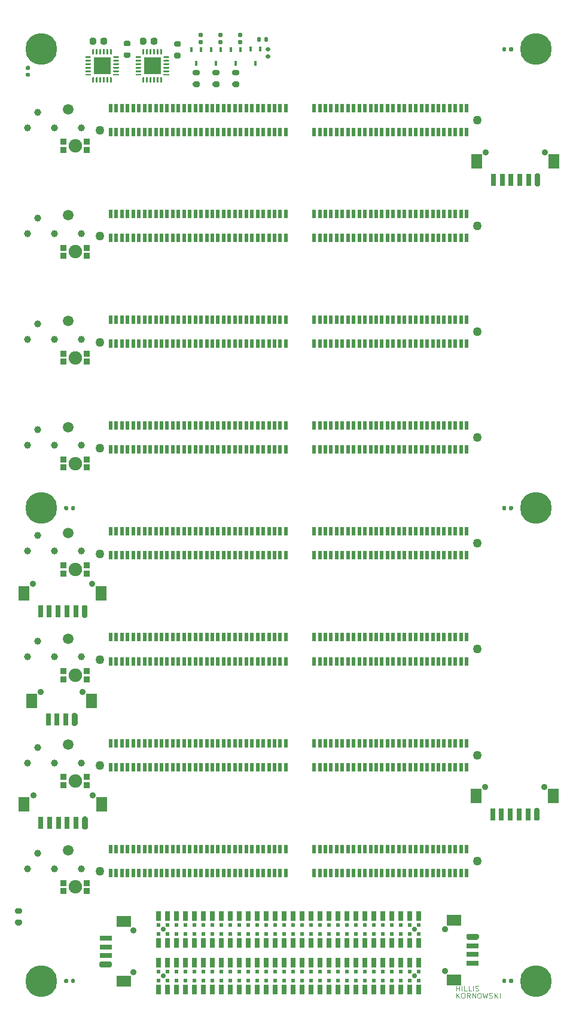
<source format=gts>
G04 #@! TF.GenerationSoftware,KiCad,Pcbnew,(5.1.10)-1*
G04 #@! TF.CreationDate,2021-12-21T16:16:02-05:00*
G04 #@! TF.ProjectId,backplane,6261636b-706c-4616-9e65-2e6b69636164,A1*
G04 #@! TF.SameCoordinates,Original*
G04 #@! TF.FileFunction,Soldermask,Top*
G04 #@! TF.FilePolarity,Negative*
%FSLAX46Y46*%
G04 Gerber Fmt 4.6, Leading zero omitted, Abs format (unit mm)*
G04 Created by KiCad (PCBNEW (5.1.10)-1) date 2021-12-21 16:16:02*
%MOMM*%
%LPD*%
G01*
G04 APERTURE LIST*
%ADD10C,0.125000*%
%ADD11C,0.609600*%
%ADD12R,0.740000X1.470000*%
%ADD13C,0.740000*%
%ADD14R,1.800000X0.800000*%
%ADD15R,2.000000X1.600000*%
%ADD16C,0.900000*%
%ADD17R,1.600000X2.000000*%
%ADD18R,0.800000X1.800000*%
%ADD19C,1.000000*%
%ADD20C,1.500000*%
%ADD21R,0.500000X1.200000*%
%ADD22C,1.270000*%
%ADD23R,0.450000X0.700000*%
%ADD24C,4.500000*%
%ADD25R,0.900000X0.850000*%
%ADD26C,1.900000*%
%ADD27R,2.450000X2.450000*%
G04 APERTURE END LIST*
D10*
X121116714Y-175345285D02*
X121116714Y-174595285D01*
X121545285Y-175345285D02*
X121223857Y-174916714D01*
X121545285Y-174595285D02*
X121116714Y-175023857D01*
X122009571Y-174595285D02*
X122152428Y-174595285D01*
X122223857Y-174631000D01*
X122295285Y-174702428D01*
X122331000Y-174845285D01*
X122331000Y-175095285D01*
X122295285Y-175238142D01*
X122223857Y-175309571D01*
X122152428Y-175345285D01*
X122009571Y-175345285D01*
X121938142Y-175309571D01*
X121866714Y-175238142D01*
X121831000Y-175095285D01*
X121831000Y-174845285D01*
X121866714Y-174702428D01*
X121938142Y-174631000D01*
X122009571Y-174595285D01*
X123081000Y-175345285D02*
X122831000Y-174988142D01*
X122652428Y-175345285D02*
X122652428Y-174595285D01*
X122938142Y-174595285D01*
X123009571Y-174631000D01*
X123045285Y-174666714D01*
X123081000Y-174738142D01*
X123081000Y-174845285D01*
X123045285Y-174916714D01*
X123009571Y-174952428D01*
X122938142Y-174988142D01*
X122652428Y-174988142D01*
X123402428Y-175345285D02*
X123402428Y-174595285D01*
X123831000Y-175345285D01*
X123831000Y-174595285D01*
X124331000Y-174595285D02*
X124473857Y-174595285D01*
X124545285Y-174631000D01*
X124616714Y-174702428D01*
X124652428Y-174845285D01*
X124652428Y-175095285D01*
X124616714Y-175238142D01*
X124545285Y-175309571D01*
X124473857Y-175345285D01*
X124331000Y-175345285D01*
X124259571Y-175309571D01*
X124188142Y-175238142D01*
X124152428Y-175095285D01*
X124152428Y-174845285D01*
X124188142Y-174702428D01*
X124259571Y-174631000D01*
X124331000Y-174595285D01*
X124902428Y-174595285D02*
X125081000Y-175345285D01*
X125223857Y-174809571D01*
X125366714Y-175345285D01*
X125545285Y-174595285D01*
X125795285Y-175309571D02*
X125902428Y-175345285D01*
X126081000Y-175345285D01*
X126152428Y-175309571D01*
X126188142Y-175273857D01*
X126223857Y-175202428D01*
X126223857Y-175131000D01*
X126188142Y-175059571D01*
X126152428Y-175023857D01*
X126081000Y-174988142D01*
X125938142Y-174952428D01*
X125866714Y-174916714D01*
X125831000Y-174881000D01*
X125795285Y-174809571D01*
X125795285Y-174738142D01*
X125831000Y-174666714D01*
X125866714Y-174631000D01*
X125938142Y-174595285D01*
X126116714Y-174595285D01*
X126223857Y-174631000D01*
X126545285Y-175345285D02*
X126545285Y-174595285D01*
X126973857Y-175345285D02*
X126652428Y-174916714D01*
X126973857Y-174595285D02*
X126545285Y-175023857D01*
X127295285Y-175345285D02*
X127295285Y-174595285D01*
X121146285Y-174329285D02*
X121146285Y-173579285D01*
X121146285Y-173936428D02*
X121574857Y-173936428D01*
X121574857Y-174329285D02*
X121574857Y-173579285D01*
X121932000Y-174329285D02*
X121932000Y-173579285D01*
X122646285Y-174329285D02*
X122289142Y-174329285D01*
X122289142Y-173579285D01*
X123253428Y-174329285D02*
X122896285Y-174329285D01*
X122896285Y-173579285D01*
X123503428Y-174329285D02*
X123503428Y-173579285D01*
X123824857Y-174293571D02*
X123932000Y-174329285D01*
X124110571Y-174329285D01*
X124182000Y-174293571D01*
X124217714Y-174257857D01*
X124253428Y-174186428D01*
X124253428Y-174115000D01*
X124217714Y-174043571D01*
X124182000Y-174007857D01*
X124110571Y-173972142D01*
X123967714Y-173936428D01*
X123896285Y-173900714D01*
X123860571Y-173865000D01*
X123824857Y-173793571D01*
X123824857Y-173722142D01*
X123860571Y-173650714D01*
X123896285Y-173615000D01*
X123967714Y-173579285D01*
X124146285Y-173579285D01*
X124253428Y-173615000D01*
D11*
X115824000Y-172847000D03*
X115824000Y-171577000D03*
D12*
X115824000Y-174082000D03*
X115824000Y-170342000D03*
D11*
X114554000Y-172847000D03*
X114554000Y-171577000D03*
D12*
X114554000Y-174082000D03*
X114554000Y-170342000D03*
D11*
X113284000Y-172847000D03*
X113284000Y-171577000D03*
D12*
X113284000Y-174082000D03*
X113284000Y-170342000D03*
D11*
X112014000Y-172847000D03*
X112014000Y-171577000D03*
D12*
X112014000Y-174082000D03*
X112014000Y-170342000D03*
D11*
X110744000Y-172847000D03*
X110744000Y-171577000D03*
D12*
X110744000Y-174082000D03*
X110744000Y-170342000D03*
D11*
X109474000Y-172847000D03*
X109474000Y-171577000D03*
D12*
X109474000Y-174082000D03*
X109474000Y-170342000D03*
D11*
X108204000Y-172847000D03*
X108204000Y-171577000D03*
D12*
X108204000Y-174082000D03*
X108204000Y-170342000D03*
D11*
X106934000Y-172847000D03*
X106934000Y-171577000D03*
D12*
X106934000Y-174082000D03*
X106934000Y-170342000D03*
D11*
X105664000Y-172847000D03*
X105664000Y-171577000D03*
D12*
X105664000Y-174082000D03*
X105664000Y-170342000D03*
D11*
X104394000Y-172847000D03*
X104394000Y-171577000D03*
D12*
X104394000Y-174082000D03*
X104394000Y-170342000D03*
D11*
X103124000Y-172847000D03*
X103124000Y-171577000D03*
D12*
X103124000Y-174082000D03*
X103124000Y-170342000D03*
D11*
X101854000Y-172847000D03*
X101854000Y-171577000D03*
D12*
X101854000Y-174082000D03*
X101854000Y-170342000D03*
D11*
X100584000Y-172847000D03*
X100584000Y-171577000D03*
D12*
X100584000Y-174082000D03*
X100584000Y-170342000D03*
D11*
X99314000Y-172847000D03*
X99314000Y-171577000D03*
D12*
X99314000Y-174082000D03*
X99314000Y-170342000D03*
D11*
X98044000Y-172847000D03*
X98044000Y-171577000D03*
D12*
X98044000Y-174082000D03*
X98044000Y-170342000D03*
D11*
X96774000Y-172847000D03*
X96774000Y-171577000D03*
D12*
X96774000Y-174082000D03*
X96774000Y-170342000D03*
D11*
X95504000Y-172847000D03*
X95504000Y-171577000D03*
D12*
X95504000Y-174082000D03*
X95504000Y-170342000D03*
D11*
X94234000Y-172847000D03*
X94234000Y-171577000D03*
D12*
X94234000Y-174082000D03*
X94234000Y-170342000D03*
D13*
X115189000Y-172212000D03*
X79629000Y-172212000D03*
D11*
X92964000Y-172847000D03*
X92964000Y-171577000D03*
D12*
X92964000Y-174082000D03*
X92964000Y-170342000D03*
D11*
X91694000Y-172847000D03*
X91694000Y-171577000D03*
D12*
X91694000Y-174082000D03*
X91694000Y-170342000D03*
D11*
X90424000Y-172847000D03*
X90424000Y-171577000D03*
D12*
X90424000Y-174082000D03*
X90424000Y-170342000D03*
D11*
X89154000Y-172847000D03*
X89154000Y-171577000D03*
D12*
X89154000Y-174082000D03*
X89154000Y-170342000D03*
D11*
X87884000Y-172847000D03*
X87884000Y-171577000D03*
D12*
X87884000Y-174082000D03*
X87884000Y-170342000D03*
D11*
X86614000Y-172847000D03*
X86614000Y-171577000D03*
D12*
X86614000Y-174082000D03*
X86614000Y-170342000D03*
D11*
X85344000Y-172847000D03*
X85344000Y-171577000D03*
D12*
X85344000Y-174082000D03*
X85344000Y-170342000D03*
D11*
X84074000Y-172847000D03*
X84074000Y-171577000D03*
D12*
X84074000Y-174082000D03*
X84074000Y-170342000D03*
D11*
X82804000Y-172847000D03*
X82804000Y-171577000D03*
D12*
X82804000Y-174082000D03*
X82804000Y-170342000D03*
D11*
X81534000Y-172847000D03*
X81534000Y-171577000D03*
D12*
X81534000Y-174082000D03*
X81534000Y-170342000D03*
D11*
X80264000Y-172847000D03*
X80264000Y-171577000D03*
D12*
X80264000Y-174082000D03*
X80264000Y-170342000D03*
D11*
X78994000Y-172847000D03*
X78994000Y-171577000D03*
D12*
X78994000Y-174082000D03*
X78994000Y-170342000D03*
D11*
X115824000Y-166243000D03*
X115824000Y-164973000D03*
D12*
X115824000Y-167478000D03*
X115824000Y-163738000D03*
D11*
X114554000Y-166243000D03*
X114554000Y-164973000D03*
D12*
X114554000Y-167478000D03*
X114554000Y-163738000D03*
D11*
X113284000Y-166243000D03*
X113284000Y-164973000D03*
D12*
X113284000Y-167478000D03*
X113284000Y-163738000D03*
D11*
X112014000Y-166243000D03*
X112014000Y-164973000D03*
D12*
X112014000Y-167478000D03*
X112014000Y-163738000D03*
D11*
X110744000Y-166243000D03*
X110744000Y-164973000D03*
D12*
X110744000Y-167478000D03*
X110744000Y-163738000D03*
D11*
X109474000Y-166243000D03*
X109474000Y-164973000D03*
D12*
X109474000Y-167478000D03*
X109474000Y-163738000D03*
D11*
X108204000Y-166243000D03*
X108204000Y-164973000D03*
D12*
X108204000Y-167478000D03*
X108204000Y-163738000D03*
D11*
X106934000Y-166243000D03*
X106934000Y-164973000D03*
D12*
X106934000Y-167478000D03*
X106934000Y-163738000D03*
D11*
X105664000Y-166243000D03*
X105664000Y-164973000D03*
D12*
X105664000Y-167478000D03*
X105664000Y-163738000D03*
D11*
X104394000Y-166243000D03*
X104394000Y-164973000D03*
D12*
X104394000Y-167478000D03*
X104394000Y-163738000D03*
D11*
X103124000Y-166243000D03*
X103124000Y-164973000D03*
D12*
X103124000Y-167478000D03*
X103124000Y-163738000D03*
D11*
X101854000Y-166243000D03*
X101854000Y-164973000D03*
D12*
X101854000Y-167478000D03*
X101854000Y-163738000D03*
D11*
X100584000Y-166243000D03*
X100584000Y-164973000D03*
D12*
X100584000Y-167478000D03*
X100584000Y-163738000D03*
D11*
X99314000Y-166243000D03*
X99314000Y-164973000D03*
D12*
X99314000Y-167478000D03*
X99314000Y-163738000D03*
D11*
X98044000Y-166243000D03*
X98044000Y-164973000D03*
D12*
X98044000Y-167478000D03*
X98044000Y-163738000D03*
D11*
X96774000Y-166243000D03*
X96774000Y-164973000D03*
D12*
X96774000Y-167478000D03*
X96774000Y-163738000D03*
D11*
X95504000Y-166243000D03*
X95504000Y-164973000D03*
D12*
X95504000Y-167478000D03*
X95504000Y-163738000D03*
D11*
X94234000Y-166243000D03*
X94234000Y-164973000D03*
D12*
X94234000Y-167478000D03*
X94234000Y-163738000D03*
D13*
X115189000Y-165608000D03*
X79629000Y-165608000D03*
D11*
X92964000Y-166243000D03*
X92964000Y-164973000D03*
D12*
X92964000Y-167478000D03*
X92964000Y-163738000D03*
D11*
X91694000Y-166243000D03*
X91694000Y-164973000D03*
D12*
X91694000Y-167478000D03*
X91694000Y-163738000D03*
D11*
X90424000Y-166243000D03*
X90424000Y-164973000D03*
D12*
X90424000Y-167478000D03*
X90424000Y-163738000D03*
D11*
X89154000Y-166243000D03*
X89154000Y-164973000D03*
D12*
X89154000Y-167478000D03*
X89154000Y-163738000D03*
D11*
X87884000Y-166243000D03*
X87884000Y-164973000D03*
D12*
X87884000Y-167478000D03*
X87884000Y-163738000D03*
D11*
X86614000Y-166243000D03*
X86614000Y-164973000D03*
D12*
X86614000Y-167478000D03*
X86614000Y-163738000D03*
D11*
X85344000Y-166243000D03*
X85344000Y-164973000D03*
D12*
X85344000Y-167478000D03*
X85344000Y-163738000D03*
D11*
X84074000Y-166243000D03*
X84074000Y-164973000D03*
D12*
X84074000Y-167478000D03*
X84074000Y-163738000D03*
D11*
X82804000Y-166243000D03*
X82804000Y-164973000D03*
D12*
X82804000Y-167478000D03*
X82804000Y-163738000D03*
D11*
X81534000Y-166243000D03*
X81534000Y-164973000D03*
D12*
X81534000Y-167478000D03*
X81534000Y-163738000D03*
D11*
X80264000Y-166243000D03*
X80264000Y-164973000D03*
D12*
X80264000Y-167478000D03*
X80264000Y-163738000D03*
D11*
X78994000Y-166243000D03*
X78994000Y-164973000D03*
D12*
X78994000Y-167478000D03*
X78994000Y-163738000D03*
G36*
G01*
X122750000Y-166250000D02*
X124150000Y-166250000D01*
G75*
G02*
X124350000Y-166450000I0J-200000D01*
G01*
X124350000Y-166850000D01*
G75*
G02*
X124150000Y-167050000I-200000J0D01*
G01*
X122750000Y-167050000D01*
G75*
G02*
X122550000Y-166850000I0J200000D01*
G01*
X122550000Y-166450000D01*
G75*
G02*
X122750000Y-166250000I200000J0D01*
G01*
G37*
D14*
X123450000Y-167900000D03*
X123450000Y-169150000D03*
X123450000Y-170400000D03*
D15*
X120850000Y-164300000D03*
X120850000Y-172750000D03*
D16*
X119550000Y-165575000D03*
X119550000Y-171475000D03*
X75400000Y-165750000D03*
X75400000Y-171650000D03*
D15*
X74100000Y-164475000D03*
X74100000Y-172925000D03*
D14*
X71500000Y-166825000D03*
X71500000Y-168075000D03*
X71500000Y-169325000D03*
G36*
G01*
X72200000Y-170975000D02*
X70800000Y-170975000D01*
G75*
G02*
X70600000Y-170775000I0J200000D01*
G01*
X70600000Y-170375000D01*
G75*
G02*
X70800000Y-170175000I200000J0D01*
G01*
X72200000Y-170175000D01*
G75*
G02*
X72400000Y-170375000I0J-200000D01*
G01*
X72400000Y-170775000D01*
G75*
G02*
X72200000Y-170975000I-200000J0D01*
G01*
G37*
D16*
X62302600Y-131950200D03*
X68202600Y-131950200D03*
D17*
X61027600Y-133250200D03*
X69477600Y-133250200D03*
D18*
X63377600Y-135850200D03*
X64627600Y-135850200D03*
X65877600Y-135850200D03*
G36*
G01*
X67527600Y-135150200D02*
X67527600Y-136550200D01*
G75*
G02*
X67327600Y-136750200I-200000J0D01*
G01*
X66927600Y-136750200D01*
G75*
G02*
X66727600Y-136550200I0J200000D01*
G01*
X66727600Y-135150200D01*
G75*
G02*
X66927600Y-134950200I200000J0D01*
G01*
X67327600Y-134950200D01*
G75*
G02*
X67527600Y-135150200I0J-200000D01*
G01*
G37*
G36*
G01*
X68934000Y-119845000D02*
X68934000Y-121245000D01*
G75*
G02*
X68734000Y-121445000I-200000J0D01*
G01*
X68334000Y-121445000D01*
G75*
G02*
X68134000Y-121245000I0J200000D01*
G01*
X68134000Y-119845000D01*
G75*
G02*
X68334000Y-119645000I200000J0D01*
G01*
X68734000Y-119645000D01*
G75*
G02*
X68934000Y-119845000I0J-200000D01*
G01*
G37*
X67284000Y-120545000D03*
X66034000Y-120545000D03*
X64784000Y-120545000D03*
X63534000Y-120545000D03*
X62284000Y-120545000D03*
D17*
X70884000Y-117945000D03*
X59934000Y-117945000D03*
D16*
X69609000Y-116645000D03*
X61209000Y-116645000D03*
G36*
G01*
X132934000Y-148595000D02*
X132934000Y-149995000D01*
G75*
G02*
X132734000Y-150195000I-200000J0D01*
G01*
X132334000Y-150195000D01*
G75*
G02*
X132134000Y-149995000I0J200000D01*
G01*
X132134000Y-148595000D01*
G75*
G02*
X132334000Y-148395000I200000J0D01*
G01*
X132734000Y-148395000D01*
G75*
G02*
X132934000Y-148595000I0J-200000D01*
G01*
G37*
D18*
X131284000Y-149295000D03*
X130034000Y-149295000D03*
X128784000Y-149295000D03*
X127534000Y-149295000D03*
X126284000Y-149295000D03*
D17*
X134884000Y-146695000D03*
X123934000Y-146695000D03*
D16*
X133609000Y-145395000D03*
X125209000Y-145395000D03*
X61250000Y-146600000D03*
X69650000Y-146600000D03*
D17*
X59975000Y-147900000D03*
X70925000Y-147900000D03*
D18*
X62325000Y-150500000D03*
X63575000Y-150500000D03*
X64825000Y-150500000D03*
X66075000Y-150500000D03*
X67325000Y-150500000D03*
G36*
G01*
X68975000Y-149800000D02*
X68975000Y-151200000D01*
G75*
G02*
X68775000Y-151400000I-200000J0D01*
G01*
X68375000Y-151400000D01*
G75*
G02*
X68175000Y-151200000I0J200000D01*
G01*
X68175000Y-149800000D01*
G75*
G02*
X68375000Y-149600000I200000J0D01*
G01*
X68775000Y-149600000D01*
G75*
G02*
X68975000Y-149800000I0J-200000D01*
G01*
G37*
D19*
X60479000Y-51995000D03*
X61879000Y-49795000D03*
X64279000Y-51995000D03*
D20*
X66179000Y-49405000D03*
D19*
X68079000Y-51995000D03*
D21*
X72209000Y-52595000D03*
X72209000Y-49195000D03*
X73009000Y-52595000D03*
X73009000Y-49195000D03*
X73809000Y-52595000D03*
X73809000Y-49195000D03*
X74609000Y-52595000D03*
X74609000Y-49195000D03*
X75409000Y-52595000D03*
X75409000Y-49195000D03*
X76209000Y-52595000D03*
X76209000Y-49195000D03*
X77009000Y-52595000D03*
X77009000Y-49195000D03*
X77809000Y-52595000D03*
X77809000Y-49195000D03*
X78609000Y-52595000D03*
X78609000Y-49195000D03*
X79409000Y-52595000D03*
X79409000Y-49195000D03*
X80209000Y-52595000D03*
X80209000Y-49195000D03*
X81009000Y-52595000D03*
X81009000Y-49195000D03*
X81809000Y-52595000D03*
X81809000Y-49195000D03*
X82609000Y-52595000D03*
X82609000Y-49195000D03*
X83409000Y-52595000D03*
X83409000Y-49195000D03*
X84209000Y-52595000D03*
X84209000Y-49195000D03*
X85009000Y-52595000D03*
X85009000Y-49195000D03*
X85809000Y-52595000D03*
X85809000Y-49195000D03*
X86609000Y-52595000D03*
X86609000Y-49195000D03*
X87409000Y-52595000D03*
X87409000Y-49195000D03*
X88209000Y-52595000D03*
X88209000Y-49195000D03*
X89009000Y-52595000D03*
X89009000Y-49195000D03*
X89809000Y-52595000D03*
X89809000Y-49195000D03*
X90609000Y-52595000D03*
X90609000Y-49195000D03*
X91409000Y-52595000D03*
X91409000Y-49195000D03*
X92209000Y-52595000D03*
X92209000Y-49195000D03*
X93009000Y-52595000D03*
X93009000Y-49195000D03*
X93809000Y-52595000D03*
X93809000Y-49195000D03*
X94609000Y-52595000D03*
X94609000Y-49195000D03*
X95409000Y-52595000D03*
X95409000Y-49195000D03*
X96209000Y-52595000D03*
X96209000Y-49195000D03*
X97009000Y-52595000D03*
X97009000Y-49195000D03*
X101009000Y-52595000D03*
X101009000Y-49195000D03*
X101809000Y-52595000D03*
X101809000Y-49195000D03*
X102609000Y-52595000D03*
X102609000Y-49195000D03*
X103409000Y-52595000D03*
X103409000Y-49195000D03*
X104209000Y-52595000D03*
X104209000Y-49195000D03*
X105009000Y-52595000D03*
X105009000Y-49195000D03*
X105809000Y-52595000D03*
X105809000Y-49195000D03*
X106609000Y-52595000D03*
X106609000Y-49195000D03*
X107409000Y-52595000D03*
X107409000Y-49195000D03*
X108209000Y-52595000D03*
X108209000Y-49195000D03*
X109009000Y-52595000D03*
X109009000Y-49195000D03*
X109809000Y-52595000D03*
X109809000Y-49195000D03*
X110609000Y-52595000D03*
X110609000Y-49195000D03*
X111409000Y-52595000D03*
X111409000Y-49195000D03*
X112209000Y-52595000D03*
X112209000Y-49195000D03*
X113009000Y-52595000D03*
X113009000Y-49195000D03*
X113809000Y-52595000D03*
X113809000Y-49195000D03*
X114609000Y-52595000D03*
X114609000Y-49195000D03*
X115409000Y-52595000D03*
X115409000Y-49195000D03*
X116209000Y-52595000D03*
X116209000Y-49195000D03*
X117009000Y-52595000D03*
X117009000Y-49195000D03*
X117809000Y-52595000D03*
X117809000Y-49195000D03*
X118609000Y-52595000D03*
X118609000Y-49195000D03*
X119409000Y-52595000D03*
X119409000Y-49195000D03*
X120209000Y-52595000D03*
X120209000Y-49195000D03*
X121009000Y-52595000D03*
X121009000Y-49195000D03*
X121809000Y-52595000D03*
X121809000Y-49195000D03*
X122609000Y-52595000D03*
X122609000Y-49195000D03*
D22*
X70709000Y-52395000D03*
X124109000Y-50895000D03*
D19*
X60479000Y-66995000D03*
X61879000Y-64795000D03*
X64279000Y-66995000D03*
D20*
X66179000Y-64405000D03*
D19*
X68079000Y-66995000D03*
D21*
X72209000Y-67595000D03*
X72209000Y-64195000D03*
X73009000Y-67595000D03*
X73009000Y-64195000D03*
X73809000Y-67595000D03*
X73809000Y-64195000D03*
X74609000Y-67595000D03*
X74609000Y-64195000D03*
X75409000Y-67595000D03*
X75409000Y-64195000D03*
X76209000Y-67595000D03*
X76209000Y-64195000D03*
X77009000Y-67595000D03*
X77009000Y-64195000D03*
X77809000Y-67595000D03*
X77809000Y-64195000D03*
X78609000Y-67595000D03*
X78609000Y-64195000D03*
X79409000Y-67595000D03*
X79409000Y-64195000D03*
X80209000Y-67595000D03*
X80209000Y-64195000D03*
X81009000Y-67595000D03*
X81009000Y-64195000D03*
X81809000Y-67595000D03*
X81809000Y-64195000D03*
X82609000Y-67595000D03*
X82609000Y-64195000D03*
X83409000Y-67595000D03*
X83409000Y-64195000D03*
X84209000Y-67595000D03*
X84209000Y-64195000D03*
X85009000Y-67595000D03*
X85009000Y-64195000D03*
X85809000Y-67595000D03*
X85809000Y-64195000D03*
X86609000Y-67595000D03*
X86609000Y-64195000D03*
X87409000Y-67595000D03*
X87409000Y-64195000D03*
X88209000Y-67595000D03*
X88209000Y-64195000D03*
X89009000Y-67595000D03*
X89009000Y-64195000D03*
X89809000Y-67595000D03*
X89809000Y-64195000D03*
X90609000Y-67595000D03*
X90609000Y-64195000D03*
X91409000Y-67595000D03*
X91409000Y-64195000D03*
X92209000Y-67595000D03*
X92209000Y-64195000D03*
X93009000Y-67595000D03*
X93009000Y-64195000D03*
X93809000Y-67595000D03*
X93809000Y-64195000D03*
X94609000Y-67595000D03*
X94609000Y-64195000D03*
X95409000Y-67595000D03*
X95409000Y-64195000D03*
X96209000Y-67595000D03*
X96209000Y-64195000D03*
X97009000Y-67595000D03*
X97009000Y-64195000D03*
X101009000Y-67595000D03*
X101009000Y-64195000D03*
X101809000Y-67595000D03*
X101809000Y-64195000D03*
X102609000Y-67595000D03*
X102609000Y-64195000D03*
X103409000Y-67595000D03*
X103409000Y-64195000D03*
X104209000Y-67595000D03*
X104209000Y-64195000D03*
X105009000Y-67595000D03*
X105009000Y-64195000D03*
X105809000Y-67595000D03*
X105809000Y-64195000D03*
X106609000Y-67595000D03*
X106609000Y-64195000D03*
X107409000Y-67595000D03*
X107409000Y-64195000D03*
X108209000Y-67595000D03*
X108209000Y-64195000D03*
X109009000Y-67595000D03*
X109009000Y-64195000D03*
X109809000Y-67595000D03*
X109809000Y-64195000D03*
X110609000Y-67595000D03*
X110609000Y-64195000D03*
X111409000Y-67595000D03*
X111409000Y-64195000D03*
X112209000Y-67595000D03*
X112209000Y-64195000D03*
X113009000Y-67595000D03*
X113009000Y-64195000D03*
X113809000Y-67595000D03*
X113809000Y-64195000D03*
X114609000Y-67595000D03*
X114609000Y-64195000D03*
X115409000Y-67595000D03*
X115409000Y-64195000D03*
X116209000Y-67595000D03*
X116209000Y-64195000D03*
X117009000Y-67595000D03*
X117009000Y-64195000D03*
X117809000Y-67595000D03*
X117809000Y-64195000D03*
X118609000Y-67595000D03*
X118609000Y-64195000D03*
X119409000Y-67595000D03*
X119409000Y-64195000D03*
X120209000Y-67595000D03*
X120209000Y-64195000D03*
X121009000Y-67595000D03*
X121009000Y-64195000D03*
X121809000Y-67595000D03*
X121809000Y-64195000D03*
X122609000Y-67595000D03*
X122609000Y-64195000D03*
D22*
X70709000Y-67395000D03*
X124109000Y-65895000D03*
D19*
X60479000Y-81995000D03*
X61879000Y-79795000D03*
X64279000Y-81995000D03*
D20*
X66179000Y-79405000D03*
D19*
X68079000Y-81995000D03*
D21*
X72209000Y-82595000D03*
X72209000Y-79195000D03*
X73009000Y-82595000D03*
X73009000Y-79195000D03*
X73809000Y-82595000D03*
X73809000Y-79195000D03*
X74609000Y-82595000D03*
X74609000Y-79195000D03*
X75409000Y-82595000D03*
X75409000Y-79195000D03*
X76209000Y-82595000D03*
X76209000Y-79195000D03*
X77009000Y-82595000D03*
X77009000Y-79195000D03*
X77809000Y-82595000D03*
X77809000Y-79195000D03*
X78609000Y-82595000D03*
X78609000Y-79195000D03*
X79409000Y-82595000D03*
X79409000Y-79195000D03*
X80209000Y-82595000D03*
X80209000Y-79195000D03*
X81009000Y-82595000D03*
X81009000Y-79195000D03*
X81809000Y-82595000D03*
X81809000Y-79195000D03*
X82609000Y-82595000D03*
X82609000Y-79195000D03*
X83409000Y-82595000D03*
X83409000Y-79195000D03*
X84209000Y-82595000D03*
X84209000Y-79195000D03*
X85009000Y-82595000D03*
X85009000Y-79195000D03*
X85809000Y-82595000D03*
X85809000Y-79195000D03*
X86609000Y-82595000D03*
X86609000Y-79195000D03*
X87409000Y-82595000D03*
X87409000Y-79195000D03*
X88209000Y-82595000D03*
X88209000Y-79195000D03*
X89009000Y-82595000D03*
X89009000Y-79195000D03*
X89809000Y-82595000D03*
X89809000Y-79195000D03*
X90609000Y-82595000D03*
X90609000Y-79195000D03*
X91409000Y-82595000D03*
X91409000Y-79195000D03*
X92209000Y-82595000D03*
X92209000Y-79195000D03*
X93009000Y-82595000D03*
X93009000Y-79195000D03*
X93809000Y-82595000D03*
X93809000Y-79195000D03*
X94609000Y-82595000D03*
X94609000Y-79195000D03*
X95409000Y-82595000D03*
X95409000Y-79195000D03*
X96209000Y-82595000D03*
X96209000Y-79195000D03*
X97009000Y-82595000D03*
X97009000Y-79195000D03*
X101009000Y-82595000D03*
X101009000Y-79195000D03*
X101809000Y-82595000D03*
X101809000Y-79195000D03*
X102609000Y-82595000D03*
X102609000Y-79195000D03*
X103409000Y-82595000D03*
X103409000Y-79195000D03*
X104209000Y-82595000D03*
X104209000Y-79195000D03*
X105009000Y-82595000D03*
X105009000Y-79195000D03*
X105809000Y-82595000D03*
X105809000Y-79195000D03*
X106609000Y-82595000D03*
X106609000Y-79195000D03*
X107409000Y-82595000D03*
X107409000Y-79195000D03*
X108209000Y-82595000D03*
X108209000Y-79195000D03*
X109009000Y-82595000D03*
X109009000Y-79195000D03*
X109809000Y-82595000D03*
X109809000Y-79195000D03*
X110609000Y-82595000D03*
X110609000Y-79195000D03*
X111409000Y-82595000D03*
X111409000Y-79195000D03*
X112209000Y-82595000D03*
X112209000Y-79195000D03*
X113009000Y-82595000D03*
X113009000Y-79195000D03*
X113809000Y-82595000D03*
X113809000Y-79195000D03*
X114609000Y-82595000D03*
X114609000Y-79195000D03*
X115409000Y-82595000D03*
X115409000Y-79195000D03*
X116209000Y-82595000D03*
X116209000Y-79195000D03*
X117009000Y-82595000D03*
X117009000Y-79195000D03*
X117809000Y-82595000D03*
X117809000Y-79195000D03*
X118609000Y-82595000D03*
X118609000Y-79195000D03*
X119409000Y-82595000D03*
X119409000Y-79195000D03*
X120209000Y-82595000D03*
X120209000Y-79195000D03*
X121009000Y-82595000D03*
X121009000Y-79195000D03*
X121809000Y-82595000D03*
X121809000Y-79195000D03*
X122609000Y-82595000D03*
X122609000Y-79195000D03*
D22*
X70709000Y-82395000D03*
X124109000Y-80895000D03*
D19*
X60479000Y-96995000D03*
X61879000Y-94795000D03*
X64279000Y-96995000D03*
D20*
X66179000Y-94405000D03*
D19*
X68079000Y-96995000D03*
D21*
X72209000Y-97595000D03*
X72209000Y-94195000D03*
X73009000Y-97595000D03*
X73009000Y-94195000D03*
X73809000Y-97595000D03*
X73809000Y-94195000D03*
X74609000Y-97595000D03*
X74609000Y-94195000D03*
X75409000Y-97595000D03*
X75409000Y-94195000D03*
X76209000Y-97595000D03*
X76209000Y-94195000D03*
X77009000Y-97595000D03*
X77009000Y-94195000D03*
X77809000Y-97595000D03*
X77809000Y-94195000D03*
X78609000Y-97595000D03*
X78609000Y-94195000D03*
X79409000Y-97595000D03*
X79409000Y-94195000D03*
X80209000Y-97595000D03*
X80209000Y-94195000D03*
X81009000Y-97595000D03*
X81009000Y-94195000D03*
X81809000Y-97595000D03*
X81809000Y-94195000D03*
X82609000Y-97595000D03*
X82609000Y-94195000D03*
X83409000Y-97595000D03*
X83409000Y-94195000D03*
X84209000Y-97595000D03*
X84209000Y-94195000D03*
X85009000Y-97595000D03*
X85009000Y-94195000D03*
X85809000Y-97595000D03*
X85809000Y-94195000D03*
X86609000Y-97595000D03*
X86609000Y-94195000D03*
X87409000Y-97595000D03*
X87409000Y-94195000D03*
X88209000Y-97595000D03*
X88209000Y-94195000D03*
X89009000Y-97595000D03*
X89009000Y-94195000D03*
X89809000Y-97595000D03*
X89809000Y-94195000D03*
X90609000Y-97595000D03*
X90609000Y-94195000D03*
X91409000Y-97595000D03*
X91409000Y-94195000D03*
X92209000Y-97595000D03*
X92209000Y-94195000D03*
X93009000Y-97595000D03*
X93009000Y-94195000D03*
X93809000Y-97595000D03*
X93809000Y-94195000D03*
X94609000Y-97595000D03*
X94609000Y-94195000D03*
X95409000Y-97595000D03*
X95409000Y-94195000D03*
X96209000Y-97595000D03*
X96209000Y-94195000D03*
X97009000Y-97595000D03*
X97009000Y-94195000D03*
X101009000Y-97595000D03*
X101009000Y-94195000D03*
X101809000Y-97595000D03*
X101809000Y-94195000D03*
X102609000Y-97595000D03*
X102609000Y-94195000D03*
X103409000Y-97595000D03*
X103409000Y-94195000D03*
X104209000Y-97595000D03*
X104209000Y-94195000D03*
X105009000Y-97595000D03*
X105009000Y-94195000D03*
X105809000Y-97595000D03*
X105809000Y-94195000D03*
X106609000Y-97595000D03*
X106609000Y-94195000D03*
X107409000Y-97595000D03*
X107409000Y-94195000D03*
X108209000Y-97595000D03*
X108209000Y-94195000D03*
X109009000Y-97595000D03*
X109009000Y-94195000D03*
X109809000Y-97595000D03*
X109809000Y-94195000D03*
X110609000Y-97595000D03*
X110609000Y-94195000D03*
X111409000Y-97595000D03*
X111409000Y-94195000D03*
X112209000Y-97595000D03*
X112209000Y-94195000D03*
X113009000Y-97595000D03*
X113009000Y-94195000D03*
X113809000Y-97595000D03*
X113809000Y-94195000D03*
X114609000Y-97595000D03*
X114609000Y-94195000D03*
X115409000Y-97595000D03*
X115409000Y-94195000D03*
X116209000Y-97595000D03*
X116209000Y-94195000D03*
X117009000Y-97595000D03*
X117009000Y-94195000D03*
X117809000Y-97595000D03*
X117809000Y-94195000D03*
X118609000Y-97595000D03*
X118609000Y-94195000D03*
X119409000Y-97595000D03*
X119409000Y-94195000D03*
X120209000Y-97595000D03*
X120209000Y-94195000D03*
X121009000Y-97595000D03*
X121009000Y-94195000D03*
X121809000Y-97595000D03*
X121809000Y-94195000D03*
X122609000Y-97595000D03*
X122609000Y-94195000D03*
D22*
X70709000Y-97395000D03*
X124109000Y-95895000D03*
D19*
X60479000Y-111995000D03*
X61879000Y-109795000D03*
X64279000Y-111995000D03*
D20*
X66179000Y-109405000D03*
D19*
X68079000Y-111995000D03*
D21*
X72209000Y-112595000D03*
X72209000Y-109195000D03*
X73009000Y-112595000D03*
X73009000Y-109195000D03*
X73809000Y-112595000D03*
X73809000Y-109195000D03*
X74609000Y-112595000D03*
X74609000Y-109195000D03*
X75409000Y-112595000D03*
X75409000Y-109195000D03*
X76209000Y-112595000D03*
X76209000Y-109195000D03*
X77009000Y-112595000D03*
X77009000Y-109195000D03*
X77809000Y-112595000D03*
X77809000Y-109195000D03*
X78609000Y-112595000D03*
X78609000Y-109195000D03*
X79409000Y-112595000D03*
X79409000Y-109195000D03*
X80209000Y-112595000D03*
X80209000Y-109195000D03*
X81009000Y-112595000D03*
X81009000Y-109195000D03*
X81809000Y-112595000D03*
X81809000Y-109195000D03*
X82609000Y-112595000D03*
X82609000Y-109195000D03*
X83409000Y-112595000D03*
X83409000Y-109195000D03*
X84209000Y-112595000D03*
X84209000Y-109195000D03*
X85009000Y-112595000D03*
X85009000Y-109195000D03*
X85809000Y-112595000D03*
X85809000Y-109195000D03*
X86609000Y-112595000D03*
X86609000Y-109195000D03*
X87409000Y-112595000D03*
X87409000Y-109195000D03*
X88209000Y-112595000D03*
X88209000Y-109195000D03*
X89009000Y-112595000D03*
X89009000Y-109195000D03*
X89809000Y-112595000D03*
X89809000Y-109195000D03*
X90609000Y-112595000D03*
X90609000Y-109195000D03*
X91409000Y-112595000D03*
X91409000Y-109195000D03*
X92209000Y-112595000D03*
X92209000Y-109195000D03*
X93009000Y-112595000D03*
X93009000Y-109195000D03*
X93809000Y-112595000D03*
X93809000Y-109195000D03*
X94609000Y-112595000D03*
X94609000Y-109195000D03*
X95409000Y-112595000D03*
X95409000Y-109195000D03*
X96209000Y-112595000D03*
X96209000Y-109195000D03*
X97009000Y-112595000D03*
X97009000Y-109195000D03*
X101009000Y-112595000D03*
X101009000Y-109195000D03*
X101809000Y-112595000D03*
X101809000Y-109195000D03*
X102609000Y-112595000D03*
X102609000Y-109195000D03*
X103409000Y-112595000D03*
X103409000Y-109195000D03*
X104209000Y-112595000D03*
X104209000Y-109195000D03*
X105009000Y-112595000D03*
X105009000Y-109195000D03*
X105809000Y-112595000D03*
X105809000Y-109195000D03*
X106609000Y-112595000D03*
X106609000Y-109195000D03*
X107409000Y-112595000D03*
X107409000Y-109195000D03*
X108209000Y-112595000D03*
X108209000Y-109195000D03*
X109009000Y-112595000D03*
X109009000Y-109195000D03*
X109809000Y-112595000D03*
X109809000Y-109195000D03*
X110609000Y-112595000D03*
X110609000Y-109195000D03*
X111409000Y-112595000D03*
X111409000Y-109195000D03*
X112209000Y-112595000D03*
X112209000Y-109195000D03*
X113009000Y-112595000D03*
X113009000Y-109195000D03*
X113809000Y-112595000D03*
X113809000Y-109195000D03*
X114609000Y-112595000D03*
X114609000Y-109195000D03*
X115409000Y-112595000D03*
X115409000Y-109195000D03*
X116209000Y-112595000D03*
X116209000Y-109195000D03*
X117009000Y-112595000D03*
X117009000Y-109195000D03*
X117809000Y-112595000D03*
X117809000Y-109195000D03*
X118609000Y-112595000D03*
X118609000Y-109195000D03*
X119409000Y-112595000D03*
X119409000Y-109195000D03*
X120209000Y-112595000D03*
X120209000Y-109195000D03*
X121009000Y-112595000D03*
X121009000Y-109195000D03*
X121809000Y-112595000D03*
X121809000Y-109195000D03*
X122609000Y-112595000D03*
X122609000Y-109195000D03*
D22*
X70709000Y-112395000D03*
X124109000Y-110895000D03*
D19*
X60479000Y-126995000D03*
X61879000Y-124795000D03*
X64279000Y-126995000D03*
D20*
X66179000Y-124405000D03*
D19*
X68079000Y-126995000D03*
D21*
X72209000Y-127595000D03*
X72209000Y-124195000D03*
X73009000Y-127595000D03*
X73009000Y-124195000D03*
X73809000Y-127595000D03*
X73809000Y-124195000D03*
X74609000Y-127595000D03*
X74609000Y-124195000D03*
X75409000Y-127595000D03*
X75409000Y-124195000D03*
X76209000Y-127595000D03*
X76209000Y-124195000D03*
X77009000Y-127595000D03*
X77009000Y-124195000D03*
X77809000Y-127595000D03*
X77809000Y-124195000D03*
X78609000Y-127595000D03*
X78609000Y-124195000D03*
X79409000Y-127595000D03*
X79409000Y-124195000D03*
X80209000Y-127595000D03*
X80209000Y-124195000D03*
X81009000Y-127595000D03*
X81009000Y-124195000D03*
X81809000Y-127595000D03*
X81809000Y-124195000D03*
X82609000Y-127595000D03*
X82609000Y-124195000D03*
X83409000Y-127595000D03*
X83409000Y-124195000D03*
X84209000Y-127595000D03*
X84209000Y-124195000D03*
X85009000Y-127595000D03*
X85009000Y-124195000D03*
X85809000Y-127595000D03*
X85809000Y-124195000D03*
X86609000Y-127595000D03*
X86609000Y-124195000D03*
X87409000Y-127595000D03*
X87409000Y-124195000D03*
X88209000Y-127595000D03*
X88209000Y-124195000D03*
X89009000Y-127595000D03*
X89009000Y-124195000D03*
X89809000Y-127595000D03*
X89809000Y-124195000D03*
X90609000Y-127595000D03*
X90609000Y-124195000D03*
X91409000Y-127595000D03*
X91409000Y-124195000D03*
X92209000Y-127595000D03*
X92209000Y-124195000D03*
X93009000Y-127595000D03*
X93009000Y-124195000D03*
X93809000Y-127595000D03*
X93809000Y-124195000D03*
X94609000Y-127595000D03*
X94609000Y-124195000D03*
X95409000Y-127595000D03*
X95409000Y-124195000D03*
X96209000Y-127595000D03*
X96209000Y-124195000D03*
X97009000Y-127595000D03*
X97009000Y-124195000D03*
X101009000Y-127595000D03*
X101009000Y-124195000D03*
X101809000Y-127595000D03*
X101809000Y-124195000D03*
X102609000Y-127595000D03*
X102609000Y-124195000D03*
X103409000Y-127595000D03*
X103409000Y-124195000D03*
X104209000Y-127595000D03*
X104209000Y-124195000D03*
X105009000Y-127595000D03*
X105009000Y-124195000D03*
X105809000Y-127595000D03*
X105809000Y-124195000D03*
X106609000Y-127595000D03*
X106609000Y-124195000D03*
X107409000Y-127595000D03*
X107409000Y-124195000D03*
X108209000Y-127595000D03*
X108209000Y-124195000D03*
X109009000Y-127595000D03*
X109009000Y-124195000D03*
X109809000Y-127595000D03*
X109809000Y-124195000D03*
X110609000Y-127595000D03*
X110609000Y-124195000D03*
X111409000Y-127595000D03*
X111409000Y-124195000D03*
X112209000Y-127595000D03*
X112209000Y-124195000D03*
X113009000Y-127595000D03*
X113009000Y-124195000D03*
X113809000Y-127595000D03*
X113809000Y-124195000D03*
X114609000Y-127595000D03*
X114609000Y-124195000D03*
X115409000Y-127595000D03*
X115409000Y-124195000D03*
X116209000Y-127595000D03*
X116209000Y-124195000D03*
X117009000Y-127595000D03*
X117009000Y-124195000D03*
X117809000Y-127595000D03*
X117809000Y-124195000D03*
X118609000Y-127595000D03*
X118609000Y-124195000D03*
X119409000Y-127595000D03*
X119409000Y-124195000D03*
X120209000Y-127595000D03*
X120209000Y-124195000D03*
X121009000Y-127595000D03*
X121009000Y-124195000D03*
X121809000Y-127595000D03*
X121809000Y-124195000D03*
X122609000Y-127595000D03*
X122609000Y-124195000D03*
D22*
X70709000Y-127395000D03*
X124109000Y-125895000D03*
D19*
X60479000Y-141995000D03*
X61879000Y-139795000D03*
X64279000Y-141995000D03*
D20*
X66179000Y-139405000D03*
D19*
X68079000Y-141995000D03*
D21*
X72209000Y-142595000D03*
X72209000Y-139195000D03*
X73009000Y-142595000D03*
X73009000Y-139195000D03*
X73809000Y-142595000D03*
X73809000Y-139195000D03*
X74609000Y-142595000D03*
X74609000Y-139195000D03*
X75409000Y-142595000D03*
X75409000Y-139195000D03*
X76209000Y-142595000D03*
X76209000Y-139195000D03*
X77009000Y-142595000D03*
X77009000Y-139195000D03*
X77809000Y-142595000D03*
X77809000Y-139195000D03*
X78609000Y-142595000D03*
X78609000Y-139195000D03*
X79409000Y-142595000D03*
X79409000Y-139195000D03*
X80209000Y-142595000D03*
X80209000Y-139195000D03*
X81009000Y-142595000D03*
X81009000Y-139195000D03*
X81809000Y-142595000D03*
X81809000Y-139195000D03*
X82609000Y-142595000D03*
X82609000Y-139195000D03*
X83409000Y-142595000D03*
X83409000Y-139195000D03*
X84209000Y-142595000D03*
X84209000Y-139195000D03*
X85009000Y-142595000D03*
X85009000Y-139195000D03*
X85809000Y-142595000D03*
X85809000Y-139195000D03*
X86609000Y-142595000D03*
X86609000Y-139195000D03*
X87409000Y-142595000D03*
X87409000Y-139195000D03*
X88209000Y-142595000D03*
X88209000Y-139195000D03*
X89009000Y-142595000D03*
X89009000Y-139195000D03*
X89809000Y-142595000D03*
X89809000Y-139195000D03*
X90609000Y-142595000D03*
X90609000Y-139195000D03*
X91409000Y-142595000D03*
X91409000Y-139195000D03*
X92209000Y-142595000D03*
X92209000Y-139195000D03*
X93009000Y-142595000D03*
X93009000Y-139195000D03*
X93809000Y-142595000D03*
X93809000Y-139195000D03*
X94609000Y-142595000D03*
X94609000Y-139195000D03*
X95409000Y-142595000D03*
X95409000Y-139195000D03*
X96209000Y-142595000D03*
X96209000Y-139195000D03*
X97009000Y-142595000D03*
X97009000Y-139195000D03*
X101009000Y-142595000D03*
X101009000Y-139195000D03*
X101809000Y-142595000D03*
X101809000Y-139195000D03*
X102609000Y-142595000D03*
X102609000Y-139195000D03*
X103409000Y-142595000D03*
X103409000Y-139195000D03*
X104209000Y-142595000D03*
X104209000Y-139195000D03*
X105009000Y-142595000D03*
X105009000Y-139195000D03*
X105809000Y-142595000D03*
X105809000Y-139195000D03*
X106609000Y-142595000D03*
X106609000Y-139195000D03*
X107409000Y-142595000D03*
X107409000Y-139195000D03*
X108209000Y-142595000D03*
X108209000Y-139195000D03*
X109009000Y-142595000D03*
X109009000Y-139195000D03*
X109809000Y-142595000D03*
X109809000Y-139195000D03*
X110609000Y-142595000D03*
X110609000Y-139195000D03*
X111409000Y-142595000D03*
X111409000Y-139195000D03*
X112209000Y-142595000D03*
X112209000Y-139195000D03*
X113009000Y-142595000D03*
X113009000Y-139195000D03*
X113809000Y-142595000D03*
X113809000Y-139195000D03*
X114609000Y-142595000D03*
X114609000Y-139195000D03*
X115409000Y-142595000D03*
X115409000Y-139195000D03*
X116209000Y-142595000D03*
X116209000Y-139195000D03*
X117009000Y-142595000D03*
X117009000Y-139195000D03*
X117809000Y-142595000D03*
X117809000Y-139195000D03*
X118609000Y-142595000D03*
X118609000Y-139195000D03*
X119409000Y-142595000D03*
X119409000Y-139195000D03*
X120209000Y-142595000D03*
X120209000Y-139195000D03*
X121009000Y-142595000D03*
X121009000Y-139195000D03*
X121809000Y-142595000D03*
X121809000Y-139195000D03*
X122609000Y-142595000D03*
X122609000Y-139195000D03*
D22*
X70709000Y-142395000D03*
X124109000Y-140895000D03*
D19*
X60479000Y-156995000D03*
X61879000Y-154795000D03*
X64279000Y-156995000D03*
D20*
X66179000Y-154405000D03*
D19*
X68079000Y-156995000D03*
D21*
X72209000Y-157595000D03*
X72209000Y-154195000D03*
X73009000Y-157595000D03*
X73009000Y-154195000D03*
X73809000Y-157595000D03*
X73809000Y-154195000D03*
X74609000Y-157595000D03*
X74609000Y-154195000D03*
X75409000Y-157595000D03*
X75409000Y-154195000D03*
X76209000Y-157595000D03*
X76209000Y-154195000D03*
X77009000Y-157595000D03*
X77009000Y-154195000D03*
X77809000Y-157595000D03*
X77809000Y-154195000D03*
X78609000Y-157595000D03*
X78609000Y-154195000D03*
X79409000Y-157595000D03*
X79409000Y-154195000D03*
X80209000Y-157595000D03*
X80209000Y-154195000D03*
X81009000Y-157595000D03*
X81009000Y-154195000D03*
X81809000Y-157595000D03*
X81809000Y-154195000D03*
X82609000Y-157595000D03*
X82609000Y-154195000D03*
X83409000Y-157595000D03*
X83409000Y-154195000D03*
X84209000Y-157595000D03*
X84209000Y-154195000D03*
X85009000Y-157595000D03*
X85009000Y-154195000D03*
X85809000Y-157595000D03*
X85809000Y-154195000D03*
X86609000Y-157595000D03*
X86609000Y-154195000D03*
X87409000Y-157595000D03*
X87409000Y-154195000D03*
X88209000Y-157595000D03*
X88209000Y-154195000D03*
X89009000Y-157595000D03*
X89009000Y-154195000D03*
X89809000Y-157595000D03*
X89809000Y-154195000D03*
X90609000Y-157595000D03*
X90609000Y-154195000D03*
X91409000Y-157595000D03*
X91409000Y-154195000D03*
X92209000Y-157595000D03*
X92209000Y-154195000D03*
X93009000Y-157595000D03*
X93009000Y-154195000D03*
X93809000Y-157595000D03*
X93809000Y-154195000D03*
X94609000Y-157595000D03*
X94609000Y-154195000D03*
X95409000Y-157595000D03*
X95409000Y-154195000D03*
X96209000Y-157595000D03*
X96209000Y-154195000D03*
X97009000Y-157595000D03*
X97009000Y-154195000D03*
X101009000Y-157595000D03*
X101009000Y-154195000D03*
X101809000Y-157595000D03*
X101809000Y-154195000D03*
X102609000Y-157595000D03*
X102609000Y-154195000D03*
X103409000Y-157595000D03*
X103409000Y-154195000D03*
X104209000Y-157595000D03*
X104209000Y-154195000D03*
X105009000Y-157595000D03*
X105009000Y-154195000D03*
X105809000Y-157595000D03*
X105809000Y-154195000D03*
X106609000Y-157595000D03*
X106609000Y-154195000D03*
X107409000Y-157595000D03*
X107409000Y-154195000D03*
X108209000Y-157595000D03*
X108209000Y-154195000D03*
X109009000Y-157595000D03*
X109009000Y-154195000D03*
X109809000Y-157595000D03*
X109809000Y-154195000D03*
X110609000Y-157595000D03*
X110609000Y-154195000D03*
X111409000Y-157595000D03*
X111409000Y-154195000D03*
X112209000Y-157595000D03*
X112209000Y-154195000D03*
X113009000Y-157595000D03*
X113009000Y-154195000D03*
X113809000Y-157595000D03*
X113809000Y-154195000D03*
X114609000Y-157595000D03*
X114609000Y-154195000D03*
X115409000Y-157595000D03*
X115409000Y-154195000D03*
X116209000Y-157595000D03*
X116209000Y-154195000D03*
X117009000Y-157595000D03*
X117009000Y-154195000D03*
X117809000Y-157595000D03*
X117809000Y-154195000D03*
X118609000Y-157595000D03*
X118609000Y-154195000D03*
X119409000Y-157595000D03*
X119409000Y-154195000D03*
X120209000Y-157595000D03*
X120209000Y-154195000D03*
X121009000Y-157595000D03*
X121009000Y-154195000D03*
X121809000Y-157595000D03*
X121809000Y-154195000D03*
X122609000Y-157595000D03*
X122609000Y-154195000D03*
D22*
X70709000Y-157395000D03*
X124109000Y-155895000D03*
G36*
G01*
X94303000Y-41642000D02*
X94673000Y-41642000D01*
G75*
G02*
X94808000Y-41777000I0J-135000D01*
G01*
X94808000Y-42047000D01*
G75*
G02*
X94673000Y-42182000I-135000J0D01*
G01*
X94303000Y-42182000D01*
G75*
G02*
X94168000Y-42047000I0J135000D01*
G01*
X94168000Y-41777000D01*
G75*
G02*
X94303000Y-41642000I135000J0D01*
G01*
G37*
G36*
G01*
X94303000Y-40622000D02*
X94673000Y-40622000D01*
G75*
G02*
X94808000Y-40757000I0J-135000D01*
G01*
X94808000Y-41027000D01*
G75*
G02*
X94673000Y-41162000I-135000J0D01*
G01*
X94303000Y-41162000D01*
G75*
G02*
X94168000Y-41027000I0J135000D01*
G01*
X94168000Y-40757000D01*
G75*
G02*
X94303000Y-40622000I135000J0D01*
G01*
G37*
G36*
G01*
X93486000Y-39312000D02*
X93486000Y-39682000D01*
G75*
G02*
X93351000Y-39817000I-135000J0D01*
G01*
X93081000Y-39817000D01*
G75*
G02*
X92946000Y-39682000I0J135000D01*
G01*
X92946000Y-39312000D01*
G75*
G02*
X93081000Y-39177000I135000J0D01*
G01*
X93351000Y-39177000D01*
G75*
G02*
X93486000Y-39312000I0J-135000D01*
G01*
G37*
G36*
G01*
X94506000Y-39312000D02*
X94506000Y-39682000D01*
G75*
G02*
X94371000Y-39817000I-135000J0D01*
G01*
X94101000Y-39817000D01*
G75*
G02*
X93966000Y-39682000I0J135000D01*
G01*
X93966000Y-39312000D01*
G75*
G02*
X94101000Y-39177000I135000J0D01*
G01*
X94371000Y-39177000D01*
G75*
G02*
X94506000Y-39312000I0J-135000D01*
G01*
G37*
D23*
X92710000Y-42894000D03*
X92060000Y-40894000D03*
X93360000Y-40894000D03*
D24*
X132409000Y-40895000D03*
X62409000Y-105895000D03*
X132409000Y-105895000D03*
X132409000Y-172895000D03*
X62409000Y-172895000D03*
X62409000Y-40895000D03*
D16*
X125309000Y-55495000D03*
X133709000Y-55495000D03*
D17*
X124034000Y-56795000D03*
X134984000Y-56795000D03*
D18*
X126384000Y-59395000D03*
X127634000Y-59395000D03*
X128884000Y-59395000D03*
X130134000Y-59395000D03*
X131384000Y-59395000D03*
G36*
G01*
X133034000Y-58695000D02*
X133034000Y-60095000D01*
G75*
G02*
X132834000Y-60295000I-200000J0D01*
G01*
X132434000Y-60295000D01*
G75*
G02*
X132234000Y-60095000I0J200000D01*
G01*
X132234000Y-58695000D01*
G75*
G02*
X132434000Y-58495000I200000J0D01*
G01*
X132834000Y-58495000D01*
G75*
G02*
X133034000Y-58695000I0J-200000D01*
G01*
G37*
D25*
X65529000Y-54011000D03*
X65529000Y-55161000D03*
X68829000Y-54011000D03*
X68829000Y-55161000D03*
D26*
X67179000Y-54586000D03*
D25*
X65529000Y-69011000D03*
X65529000Y-70161000D03*
X68829000Y-69011000D03*
X68829000Y-70161000D03*
D26*
X67179000Y-69586000D03*
D25*
X65529000Y-84011000D03*
X65529000Y-85161000D03*
X68829000Y-84011000D03*
X68829000Y-85161000D03*
D26*
X67179000Y-84586000D03*
D25*
X65529000Y-99010000D03*
X65529000Y-100160000D03*
X68829000Y-99010000D03*
X68829000Y-100160000D03*
D26*
X67179000Y-99585000D03*
D25*
X65529000Y-114010000D03*
X65529000Y-115160000D03*
X68829000Y-114010000D03*
X68829000Y-115160000D03*
D26*
X67179000Y-114585000D03*
D25*
X65529000Y-129010000D03*
X65529000Y-130160000D03*
X68829000Y-129010000D03*
X68829000Y-130160000D03*
D26*
X67179000Y-129585000D03*
D25*
X65529000Y-144010000D03*
X65529000Y-145160000D03*
X68829000Y-144010000D03*
X68829000Y-145160000D03*
D26*
X67179000Y-144585000D03*
D25*
X65529000Y-159010000D03*
X65529000Y-160160000D03*
X68829000Y-159010000D03*
X68829000Y-160160000D03*
D26*
X67179000Y-159585000D03*
G36*
G01*
X75730000Y-42056000D02*
X75730000Y-41931000D01*
G75*
G02*
X75792500Y-41868500I62500J0D01*
G01*
X76442500Y-41868500D01*
G75*
G02*
X76505000Y-41931000I0J-62500D01*
G01*
X76505000Y-42056000D01*
G75*
G02*
X76442500Y-42118500I-62500J0D01*
G01*
X75792500Y-42118500D01*
G75*
G02*
X75730000Y-42056000I0J62500D01*
G01*
G37*
G36*
G01*
X75730000Y-42556000D02*
X75730000Y-42431000D01*
G75*
G02*
X75792500Y-42368500I62500J0D01*
G01*
X76442500Y-42368500D01*
G75*
G02*
X76505000Y-42431000I0J-62500D01*
G01*
X76505000Y-42556000D01*
G75*
G02*
X76442500Y-42618500I-62500J0D01*
G01*
X75792500Y-42618500D01*
G75*
G02*
X75730000Y-42556000I0J62500D01*
G01*
G37*
G36*
G01*
X75730000Y-43056000D02*
X75730000Y-42931000D01*
G75*
G02*
X75792500Y-42868500I62500J0D01*
G01*
X76442500Y-42868500D01*
G75*
G02*
X76505000Y-42931000I0J-62500D01*
G01*
X76505000Y-43056000D01*
G75*
G02*
X76442500Y-43118500I-62500J0D01*
G01*
X75792500Y-43118500D01*
G75*
G02*
X75730000Y-43056000I0J62500D01*
G01*
G37*
G36*
G01*
X75730000Y-43556000D02*
X75730000Y-43431000D01*
G75*
G02*
X75792500Y-43368500I62500J0D01*
G01*
X76442500Y-43368500D01*
G75*
G02*
X76505000Y-43431000I0J-62500D01*
G01*
X76505000Y-43556000D01*
G75*
G02*
X76442500Y-43618500I-62500J0D01*
G01*
X75792500Y-43618500D01*
G75*
G02*
X75730000Y-43556000I0J62500D01*
G01*
G37*
G36*
G01*
X75730000Y-44056000D02*
X75730000Y-43931000D01*
G75*
G02*
X75792500Y-43868500I62500J0D01*
G01*
X76442500Y-43868500D01*
G75*
G02*
X76505000Y-43931000I0J-62500D01*
G01*
X76505000Y-44056000D01*
G75*
G02*
X76442500Y-44118500I-62500J0D01*
G01*
X75792500Y-44118500D01*
G75*
G02*
X75730000Y-44056000I0J62500D01*
G01*
G37*
G36*
G01*
X75730000Y-44556000D02*
X75730000Y-44431000D01*
G75*
G02*
X75792500Y-44368500I62500J0D01*
G01*
X76442500Y-44368500D01*
G75*
G02*
X76505000Y-44431000I0J-62500D01*
G01*
X76505000Y-44556000D01*
G75*
G02*
X76442500Y-44618500I-62500J0D01*
G01*
X75792500Y-44618500D01*
G75*
G02*
X75730000Y-44556000I0J62500D01*
G01*
G37*
G36*
G01*
X76730000Y-45556000D02*
X76730000Y-44906000D01*
G75*
G02*
X76792500Y-44843500I62500J0D01*
G01*
X76917500Y-44843500D01*
G75*
G02*
X76980000Y-44906000I0J-62500D01*
G01*
X76980000Y-45556000D01*
G75*
G02*
X76917500Y-45618500I-62500J0D01*
G01*
X76792500Y-45618500D01*
G75*
G02*
X76730000Y-45556000I0J62500D01*
G01*
G37*
G36*
G01*
X77230000Y-45556000D02*
X77230000Y-44906000D01*
G75*
G02*
X77292500Y-44843500I62500J0D01*
G01*
X77417500Y-44843500D01*
G75*
G02*
X77480000Y-44906000I0J-62500D01*
G01*
X77480000Y-45556000D01*
G75*
G02*
X77417500Y-45618500I-62500J0D01*
G01*
X77292500Y-45618500D01*
G75*
G02*
X77230000Y-45556000I0J62500D01*
G01*
G37*
G36*
G01*
X77730000Y-45556000D02*
X77730000Y-44906000D01*
G75*
G02*
X77792500Y-44843500I62500J0D01*
G01*
X77917500Y-44843500D01*
G75*
G02*
X77980000Y-44906000I0J-62500D01*
G01*
X77980000Y-45556000D01*
G75*
G02*
X77917500Y-45618500I-62500J0D01*
G01*
X77792500Y-45618500D01*
G75*
G02*
X77730000Y-45556000I0J62500D01*
G01*
G37*
G36*
G01*
X78230000Y-45556000D02*
X78230000Y-44906000D01*
G75*
G02*
X78292500Y-44843500I62500J0D01*
G01*
X78417500Y-44843500D01*
G75*
G02*
X78480000Y-44906000I0J-62500D01*
G01*
X78480000Y-45556000D01*
G75*
G02*
X78417500Y-45618500I-62500J0D01*
G01*
X78292500Y-45618500D01*
G75*
G02*
X78230000Y-45556000I0J62500D01*
G01*
G37*
G36*
G01*
X78730000Y-45556000D02*
X78730000Y-44906000D01*
G75*
G02*
X78792500Y-44843500I62500J0D01*
G01*
X78917500Y-44843500D01*
G75*
G02*
X78980000Y-44906000I0J-62500D01*
G01*
X78980000Y-45556000D01*
G75*
G02*
X78917500Y-45618500I-62500J0D01*
G01*
X78792500Y-45618500D01*
G75*
G02*
X78730000Y-45556000I0J62500D01*
G01*
G37*
G36*
G01*
X79230000Y-45556000D02*
X79230000Y-44906000D01*
G75*
G02*
X79292500Y-44843500I62500J0D01*
G01*
X79417500Y-44843500D01*
G75*
G02*
X79480000Y-44906000I0J-62500D01*
G01*
X79480000Y-45556000D01*
G75*
G02*
X79417500Y-45618500I-62500J0D01*
G01*
X79292500Y-45618500D01*
G75*
G02*
X79230000Y-45556000I0J62500D01*
G01*
G37*
G36*
G01*
X79705000Y-44556000D02*
X79705000Y-44431000D01*
G75*
G02*
X79767500Y-44368500I62500J0D01*
G01*
X80417500Y-44368500D01*
G75*
G02*
X80480000Y-44431000I0J-62500D01*
G01*
X80480000Y-44556000D01*
G75*
G02*
X80417500Y-44618500I-62500J0D01*
G01*
X79767500Y-44618500D01*
G75*
G02*
X79705000Y-44556000I0J62500D01*
G01*
G37*
G36*
G01*
X79705000Y-44056000D02*
X79705000Y-43931000D01*
G75*
G02*
X79767500Y-43868500I62500J0D01*
G01*
X80417500Y-43868500D01*
G75*
G02*
X80480000Y-43931000I0J-62500D01*
G01*
X80480000Y-44056000D01*
G75*
G02*
X80417500Y-44118500I-62500J0D01*
G01*
X79767500Y-44118500D01*
G75*
G02*
X79705000Y-44056000I0J62500D01*
G01*
G37*
G36*
G01*
X79705000Y-43556000D02*
X79705000Y-43431000D01*
G75*
G02*
X79767500Y-43368500I62500J0D01*
G01*
X80417500Y-43368500D01*
G75*
G02*
X80480000Y-43431000I0J-62500D01*
G01*
X80480000Y-43556000D01*
G75*
G02*
X80417500Y-43618500I-62500J0D01*
G01*
X79767500Y-43618500D01*
G75*
G02*
X79705000Y-43556000I0J62500D01*
G01*
G37*
G36*
G01*
X79705000Y-43056000D02*
X79705000Y-42931000D01*
G75*
G02*
X79767500Y-42868500I62500J0D01*
G01*
X80417500Y-42868500D01*
G75*
G02*
X80480000Y-42931000I0J-62500D01*
G01*
X80480000Y-43056000D01*
G75*
G02*
X80417500Y-43118500I-62500J0D01*
G01*
X79767500Y-43118500D01*
G75*
G02*
X79705000Y-43056000I0J62500D01*
G01*
G37*
G36*
G01*
X79705000Y-42556000D02*
X79705000Y-42431000D01*
G75*
G02*
X79767500Y-42368500I62500J0D01*
G01*
X80417500Y-42368500D01*
G75*
G02*
X80480000Y-42431000I0J-62500D01*
G01*
X80480000Y-42556000D01*
G75*
G02*
X80417500Y-42618500I-62500J0D01*
G01*
X79767500Y-42618500D01*
G75*
G02*
X79705000Y-42556000I0J62500D01*
G01*
G37*
G36*
G01*
X79705000Y-42056000D02*
X79705000Y-41931000D01*
G75*
G02*
X79767500Y-41868500I62500J0D01*
G01*
X80417500Y-41868500D01*
G75*
G02*
X80480000Y-41931000I0J-62500D01*
G01*
X80480000Y-42056000D01*
G75*
G02*
X80417500Y-42118500I-62500J0D01*
G01*
X79767500Y-42118500D01*
G75*
G02*
X79705000Y-42056000I0J62500D01*
G01*
G37*
G36*
G01*
X79230000Y-41581000D02*
X79230000Y-40931000D01*
G75*
G02*
X79292500Y-40868500I62500J0D01*
G01*
X79417500Y-40868500D01*
G75*
G02*
X79480000Y-40931000I0J-62500D01*
G01*
X79480000Y-41581000D01*
G75*
G02*
X79417500Y-41643500I-62500J0D01*
G01*
X79292500Y-41643500D01*
G75*
G02*
X79230000Y-41581000I0J62500D01*
G01*
G37*
G36*
G01*
X78730000Y-41581000D02*
X78730000Y-40931000D01*
G75*
G02*
X78792500Y-40868500I62500J0D01*
G01*
X78917500Y-40868500D01*
G75*
G02*
X78980000Y-40931000I0J-62500D01*
G01*
X78980000Y-41581000D01*
G75*
G02*
X78917500Y-41643500I-62500J0D01*
G01*
X78792500Y-41643500D01*
G75*
G02*
X78730000Y-41581000I0J62500D01*
G01*
G37*
G36*
G01*
X78230000Y-41581000D02*
X78230000Y-40931000D01*
G75*
G02*
X78292500Y-40868500I62500J0D01*
G01*
X78417500Y-40868500D01*
G75*
G02*
X78480000Y-40931000I0J-62500D01*
G01*
X78480000Y-41581000D01*
G75*
G02*
X78417500Y-41643500I-62500J0D01*
G01*
X78292500Y-41643500D01*
G75*
G02*
X78230000Y-41581000I0J62500D01*
G01*
G37*
G36*
G01*
X77730000Y-41581000D02*
X77730000Y-40931000D01*
G75*
G02*
X77792500Y-40868500I62500J0D01*
G01*
X77917500Y-40868500D01*
G75*
G02*
X77980000Y-40931000I0J-62500D01*
G01*
X77980000Y-41581000D01*
G75*
G02*
X77917500Y-41643500I-62500J0D01*
G01*
X77792500Y-41643500D01*
G75*
G02*
X77730000Y-41581000I0J62500D01*
G01*
G37*
G36*
G01*
X77230000Y-41581000D02*
X77230000Y-40931000D01*
G75*
G02*
X77292500Y-40868500I62500J0D01*
G01*
X77417500Y-40868500D01*
G75*
G02*
X77480000Y-40931000I0J-62500D01*
G01*
X77480000Y-41581000D01*
G75*
G02*
X77417500Y-41643500I-62500J0D01*
G01*
X77292500Y-41643500D01*
G75*
G02*
X77230000Y-41581000I0J62500D01*
G01*
G37*
G36*
G01*
X76730000Y-41581000D02*
X76730000Y-40931000D01*
G75*
G02*
X76792500Y-40868500I62500J0D01*
G01*
X76917500Y-40868500D01*
G75*
G02*
X76980000Y-40931000I0J-62500D01*
G01*
X76980000Y-41581000D01*
G75*
G02*
X76917500Y-41643500I-62500J0D01*
G01*
X76792500Y-41643500D01*
G75*
G02*
X76730000Y-41581000I0J62500D01*
G01*
G37*
D27*
X78105000Y-43243500D03*
G36*
G01*
X68618000Y-42056000D02*
X68618000Y-41931000D01*
G75*
G02*
X68680500Y-41868500I62500J0D01*
G01*
X69330500Y-41868500D01*
G75*
G02*
X69393000Y-41931000I0J-62500D01*
G01*
X69393000Y-42056000D01*
G75*
G02*
X69330500Y-42118500I-62500J0D01*
G01*
X68680500Y-42118500D01*
G75*
G02*
X68618000Y-42056000I0J62500D01*
G01*
G37*
G36*
G01*
X68618000Y-42556000D02*
X68618000Y-42431000D01*
G75*
G02*
X68680500Y-42368500I62500J0D01*
G01*
X69330500Y-42368500D01*
G75*
G02*
X69393000Y-42431000I0J-62500D01*
G01*
X69393000Y-42556000D01*
G75*
G02*
X69330500Y-42618500I-62500J0D01*
G01*
X68680500Y-42618500D01*
G75*
G02*
X68618000Y-42556000I0J62500D01*
G01*
G37*
G36*
G01*
X68618000Y-43056000D02*
X68618000Y-42931000D01*
G75*
G02*
X68680500Y-42868500I62500J0D01*
G01*
X69330500Y-42868500D01*
G75*
G02*
X69393000Y-42931000I0J-62500D01*
G01*
X69393000Y-43056000D01*
G75*
G02*
X69330500Y-43118500I-62500J0D01*
G01*
X68680500Y-43118500D01*
G75*
G02*
X68618000Y-43056000I0J62500D01*
G01*
G37*
G36*
G01*
X68618000Y-43556000D02*
X68618000Y-43431000D01*
G75*
G02*
X68680500Y-43368500I62500J0D01*
G01*
X69330500Y-43368500D01*
G75*
G02*
X69393000Y-43431000I0J-62500D01*
G01*
X69393000Y-43556000D01*
G75*
G02*
X69330500Y-43618500I-62500J0D01*
G01*
X68680500Y-43618500D01*
G75*
G02*
X68618000Y-43556000I0J62500D01*
G01*
G37*
G36*
G01*
X68618000Y-44056000D02*
X68618000Y-43931000D01*
G75*
G02*
X68680500Y-43868500I62500J0D01*
G01*
X69330500Y-43868500D01*
G75*
G02*
X69393000Y-43931000I0J-62500D01*
G01*
X69393000Y-44056000D01*
G75*
G02*
X69330500Y-44118500I-62500J0D01*
G01*
X68680500Y-44118500D01*
G75*
G02*
X68618000Y-44056000I0J62500D01*
G01*
G37*
G36*
G01*
X68618000Y-44556000D02*
X68618000Y-44431000D01*
G75*
G02*
X68680500Y-44368500I62500J0D01*
G01*
X69330500Y-44368500D01*
G75*
G02*
X69393000Y-44431000I0J-62500D01*
G01*
X69393000Y-44556000D01*
G75*
G02*
X69330500Y-44618500I-62500J0D01*
G01*
X68680500Y-44618500D01*
G75*
G02*
X68618000Y-44556000I0J62500D01*
G01*
G37*
G36*
G01*
X69618000Y-45556000D02*
X69618000Y-44906000D01*
G75*
G02*
X69680500Y-44843500I62500J0D01*
G01*
X69805500Y-44843500D01*
G75*
G02*
X69868000Y-44906000I0J-62500D01*
G01*
X69868000Y-45556000D01*
G75*
G02*
X69805500Y-45618500I-62500J0D01*
G01*
X69680500Y-45618500D01*
G75*
G02*
X69618000Y-45556000I0J62500D01*
G01*
G37*
G36*
G01*
X70118000Y-45556000D02*
X70118000Y-44906000D01*
G75*
G02*
X70180500Y-44843500I62500J0D01*
G01*
X70305500Y-44843500D01*
G75*
G02*
X70368000Y-44906000I0J-62500D01*
G01*
X70368000Y-45556000D01*
G75*
G02*
X70305500Y-45618500I-62500J0D01*
G01*
X70180500Y-45618500D01*
G75*
G02*
X70118000Y-45556000I0J62500D01*
G01*
G37*
G36*
G01*
X70618000Y-45556000D02*
X70618000Y-44906000D01*
G75*
G02*
X70680500Y-44843500I62500J0D01*
G01*
X70805500Y-44843500D01*
G75*
G02*
X70868000Y-44906000I0J-62500D01*
G01*
X70868000Y-45556000D01*
G75*
G02*
X70805500Y-45618500I-62500J0D01*
G01*
X70680500Y-45618500D01*
G75*
G02*
X70618000Y-45556000I0J62500D01*
G01*
G37*
G36*
G01*
X71118000Y-45556000D02*
X71118000Y-44906000D01*
G75*
G02*
X71180500Y-44843500I62500J0D01*
G01*
X71305500Y-44843500D01*
G75*
G02*
X71368000Y-44906000I0J-62500D01*
G01*
X71368000Y-45556000D01*
G75*
G02*
X71305500Y-45618500I-62500J0D01*
G01*
X71180500Y-45618500D01*
G75*
G02*
X71118000Y-45556000I0J62500D01*
G01*
G37*
G36*
G01*
X71618000Y-45556000D02*
X71618000Y-44906000D01*
G75*
G02*
X71680500Y-44843500I62500J0D01*
G01*
X71805500Y-44843500D01*
G75*
G02*
X71868000Y-44906000I0J-62500D01*
G01*
X71868000Y-45556000D01*
G75*
G02*
X71805500Y-45618500I-62500J0D01*
G01*
X71680500Y-45618500D01*
G75*
G02*
X71618000Y-45556000I0J62500D01*
G01*
G37*
G36*
G01*
X72118000Y-45556000D02*
X72118000Y-44906000D01*
G75*
G02*
X72180500Y-44843500I62500J0D01*
G01*
X72305500Y-44843500D01*
G75*
G02*
X72368000Y-44906000I0J-62500D01*
G01*
X72368000Y-45556000D01*
G75*
G02*
X72305500Y-45618500I-62500J0D01*
G01*
X72180500Y-45618500D01*
G75*
G02*
X72118000Y-45556000I0J62500D01*
G01*
G37*
G36*
G01*
X72593000Y-44556000D02*
X72593000Y-44431000D01*
G75*
G02*
X72655500Y-44368500I62500J0D01*
G01*
X73305500Y-44368500D01*
G75*
G02*
X73368000Y-44431000I0J-62500D01*
G01*
X73368000Y-44556000D01*
G75*
G02*
X73305500Y-44618500I-62500J0D01*
G01*
X72655500Y-44618500D01*
G75*
G02*
X72593000Y-44556000I0J62500D01*
G01*
G37*
G36*
G01*
X72593000Y-44056000D02*
X72593000Y-43931000D01*
G75*
G02*
X72655500Y-43868500I62500J0D01*
G01*
X73305500Y-43868500D01*
G75*
G02*
X73368000Y-43931000I0J-62500D01*
G01*
X73368000Y-44056000D01*
G75*
G02*
X73305500Y-44118500I-62500J0D01*
G01*
X72655500Y-44118500D01*
G75*
G02*
X72593000Y-44056000I0J62500D01*
G01*
G37*
G36*
G01*
X72593000Y-43556000D02*
X72593000Y-43431000D01*
G75*
G02*
X72655500Y-43368500I62500J0D01*
G01*
X73305500Y-43368500D01*
G75*
G02*
X73368000Y-43431000I0J-62500D01*
G01*
X73368000Y-43556000D01*
G75*
G02*
X73305500Y-43618500I-62500J0D01*
G01*
X72655500Y-43618500D01*
G75*
G02*
X72593000Y-43556000I0J62500D01*
G01*
G37*
G36*
G01*
X72593000Y-43056000D02*
X72593000Y-42931000D01*
G75*
G02*
X72655500Y-42868500I62500J0D01*
G01*
X73305500Y-42868500D01*
G75*
G02*
X73368000Y-42931000I0J-62500D01*
G01*
X73368000Y-43056000D01*
G75*
G02*
X73305500Y-43118500I-62500J0D01*
G01*
X72655500Y-43118500D01*
G75*
G02*
X72593000Y-43056000I0J62500D01*
G01*
G37*
G36*
G01*
X72593000Y-42556000D02*
X72593000Y-42431000D01*
G75*
G02*
X72655500Y-42368500I62500J0D01*
G01*
X73305500Y-42368500D01*
G75*
G02*
X73368000Y-42431000I0J-62500D01*
G01*
X73368000Y-42556000D01*
G75*
G02*
X73305500Y-42618500I-62500J0D01*
G01*
X72655500Y-42618500D01*
G75*
G02*
X72593000Y-42556000I0J62500D01*
G01*
G37*
G36*
G01*
X72593000Y-42056000D02*
X72593000Y-41931000D01*
G75*
G02*
X72655500Y-41868500I62500J0D01*
G01*
X73305500Y-41868500D01*
G75*
G02*
X73368000Y-41931000I0J-62500D01*
G01*
X73368000Y-42056000D01*
G75*
G02*
X73305500Y-42118500I-62500J0D01*
G01*
X72655500Y-42118500D01*
G75*
G02*
X72593000Y-42056000I0J62500D01*
G01*
G37*
G36*
G01*
X72118000Y-41581000D02*
X72118000Y-40931000D01*
G75*
G02*
X72180500Y-40868500I62500J0D01*
G01*
X72305500Y-40868500D01*
G75*
G02*
X72368000Y-40931000I0J-62500D01*
G01*
X72368000Y-41581000D01*
G75*
G02*
X72305500Y-41643500I-62500J0D01*
G01*
X72180500Y-41643500D01*
G75*
G02*
X72118000Y-41581000I0J62500D01*
G01*
G37*
G36*
G01*
X71618000Y-41581000D02*
X71618000Y-40931000D01*
G75*
G02*
X71680500Y-40868500I62500J0D01*
G01*
X71805500Y-40868500D01*
G75*
G02*
X71868000Y-40931000I0J-62500D01*
G01*
X71868000Y-41581000D01*
G75*
G02*
X71805500Y-41643500I-62500J0D01*
G01*
X71680500Y-41643500D01*
G75*
G02*
X71618000Y-41581000I0J62500D01*
G01*
G37*
G36*
G01*
X71118000Y-41581000D02*
X71118000Y-40931000D01*
G75*
G02*
X71180500Y-40868500I62500J0D01*
G01*
X71305500Y-40868500D01*
G75*
G02*
X71368000Y-40931000I0J-62500D01*
G01*
X71368000Y-41581000D01*
G75*
G02*
X71305500Y-41643500I-62500J0D01*
G01*
X71180500Y-41643500D01*
G75*
G02*
X71118000Y-41581000I0J62500D01*
G01*
G37*
G36*
G01*
X70618000Y-41581000D02*
X70618000Y-40931000D01*
G75*
G02*
X70680500Y-40868500I62500J0D01*
G01*
X70805500Y-40868500D01*
G75*
G02*
X70868000Y-40931000I0J-62500D01*
G01*
X70868000Y-41581000D01*
G75*
G02*
X70805500Y-41643500I-62500J0D01*
G01*
X70680500Y-41643500D01*
G75*
G02*
X70618000Y-41581000I0J62500D01*
G01*
G37*
G36*
G01*
X70118000Y-41581000D02*
X70118000Y-40931000D01*
G75*
G02*
X70180500Y-40868500I62500J0D01*
G01*
X70305500Y-40868500D01*
G75*
G02*
X70368000Y-40931000I0J-62500D01*
G01*
X70368000Y-41581000D01*
G75*
G02*
X70305500Y-41643500I-62500J0D01*
G01*
X70180500Y-41643500D01*
G75*
G02*
X70118000Y-41581000I0J62500D01*
G01*
G37*
G36*
G01*
X69618000Y-41581000D02*
X69618000Y-40931000D01*
G75*
G02*
X69680500Y-40868500I62500J0D01*
G01*
X69805500Y-40868500D01*
G75*
G02*
X69868000Y-40931000I0J-62500D01*
G01*
X69868000Y-41581000D01*
G75*
G02*
X69805500Y-41643500I-62500J0D01*
G01*
X69680500Y-41643500D01*
G75*
G02*
X69618000Y-41581000I0J62500D01*
G01*
G37*
X70993000Y-43243500D03*
G36*
G01*
X90366000Y-39610000D02*
X90736000Y-39610000D01*
G75*
G02*
X90871000Y-39745000I0J-135000D01*
G01*
X90871000Y-40015000D01*
G75*
G02*
X90736000Y-40150000I-135000J0D01*
G01*
X90366000Y-40150000D01*
G75*
G02*
X90231000Y-40015000I0J135000D01*
G01*
X90231000Y-39745000D01*
G75*
G02*
X90366000Y-39610000I135000J0D01*
G01*
G37*
G36*
G01*
X90366000Y-38590000D02*
X90736000Y-38590000D01*
G75*
G02*
X90871000Y-38725000I0J-135000D01*
G01*
X90871000Y-38995000D01*
G75*
G02*
X90736000Y-39130000I-135000J0D01*
G01*
X90366000Y-39130000D01*
G75*
G02*
X90231000Y-38995000I0J135000D01*
G01*
X90231000Y-38725000D01*
G75*
G02*
X90366000Y-38590000I135000J0D01*
G01*
G37*
G36*
G01*
X87572000Y-39610000D02*
X87942000Y-39610000D01*
G75*
G02*
X88077000Y-39745000I0J-135000D01*
G01*
X88077000Y-40015000D01*
G75*
G02*
X87942000Y-40150000I-135000J0D01*
G01*
X87572000Y-40150000D01*
G75*
G02*
X87437000Y-40015000I0J135000D01*
G01*
X87437000Y-39745000D01*
G75*
G02*
X87572000Y-39610000I135000J0D01*
G01*
G37*
G36*
G01*
X87572000Y-38590000D02*
X87942000Y-38590000D01*
G75*
G02*
X88077000Y-38725000I0J-135000D01*
G01*
X88077000Y-38995000D01*
G75*
G02*
X87942000Y-39130000I-135000J0D01*
G01*
X87572000Y-39130000D01*
G75*
G02*
X87437000Y-38995000I0J135000D01*
G01*
X87437000Y-38725000D01*
G75*
G02*
X87572000Y-38590000I135000J0D01*
G01*
G37*
G36*
G01*
X84778000Y-39610000D02*
X85148000Y-39610000D01*
G75*
G02*
X85283000Y-39745000I0J-135000D01*
G01*
X85283000Y-40015000D01*
G75*
G02*
X85148000Y-40150000I-135000J0D01*
G01*
X84778000Y-40150000D01*
G75*
G02*
X84643000Y-40015000I0J135000D01*
G01*
X84643000Y-39745000D01*
G75*
G02*
X84778000Y-39610000I135000J0D01*
G01*
G37*
G36*
G01*
X84778000Y-38590000D02*
X85148000Y-38590000D01*
G75*
G02*
X85283000Y-38725000I0J-135000D01*
G01*
X85283000Y-38995000D01*
G75*
G02*
X85148000Y-39130000I-135000J0D01*
G01*
X84778000Y-39130000D01*
G75*
G02*
X84643000Y-38995000I0J135000D01*
G01*
X84643000Y-38725000D01*
G75*
G02*
X84778000Y-38590000I135000J0D01*
G01*
G37*
G36*
G01*
X89641000Y-45446000D02*
X90191000Y-45446000D01*
G75*
G02*
X90391000Y-45646000I0J-200000D01*
G01*
X90391000Y-46046000D01*
G75*
G02*
X90191000Y-46246000I-200000J0D01*
G01*
X89641000Y-46246000D01*
G75*
G02*
X89441000Y-46046000I0J200000D01*
G01*
X89441000Y-45646000D01*
G75*
G02*
X89641000Y-45446000I200000J0D01*
G01*
G37*
G36*
G01*
X89641000Y-43796000D02*
X90191000Y-43796000D01*
G75*
G02*
X90391000Y-43996000I0J-200000D01*
G01*
X90391000Y-44396000D01*
G75*
G02*
X90191000Y-44596000I-200000J0D01*
G01*
X89641000Y-44596000D01*
G75*
G02*
X89441000Y-44396000I0J200000D01*
G01*
X89441000Y-43996000D01*
G75*
G02*
X89641000Y-43796000I200000J0D01*
G01*
G37*
G36*
G01*
X86847000Y-43796000D02*
X87397000Y-43796000D01*
G75*
G02*
X87597000Y-43996000I0J-200000D01*
G01*
X87597000Y-44396000D01*
G75*
G02*
X87397000Y-44596000I-200000J0D01*
G01*
X86847000Y-44596000D01*
G75*
G02*
X86647000Y-44396000I0J200000D01*
G01*
X86647000Y-43996000D01*
G75*
G02*
X86847000Y-43796000I200000J0D01*
G01*
G37*
G36*
G01*
X86847000Y-45446000D02*
X87397000Y-45446000D01*
G75*
G02*
X87597000Y-45646000I0J-200000D01*
G01*
X87597000Y-46046000D01*
G75*
G02*
X87397000Y-46246000I-200000J0D01*
G01*
X86847000Y-46246000D01*
G75*
G02*
X86647000Y-46046000I0J200000D01*
G01*
X86647000Y-45646000D01*
G75*
G02*
X86847000Y-45446000I200000J0D01*
G01*
G37*
G36*
G01*
X84053000Y-45446000D02*
X84603000Y-45446000D01*
G75*
G02*
X84803000Y-45646000I0J-200000D01*
G01*
X84803000Y-46046000D01*
G75*
G02*
X84603000Y-46246000I-200000J0D01*
G01*
X84053000Y-46246000D01*
G75*
G02*
X83853000Y-46046000I0J200000D01*
G01*
X83853000Y-45646000D01*
G75*
G02*
X84053000Y-45446000I200000J0D01*
G01*
G37*
G36*
G01*
X84053000Y-43796000D02*
X84603000Y-43796000D01*
G75*
G02*
X84803000Y-43996000I0J-200000D01*
G01*
X84803000Y-44396000D01*
G75*
G02*
X84603000Y-44596000I-200000J0D01*
G01*
X84053000Y-44596000D01*
G75*
G02*
X83853000Y-44396000I0J200000D01*
G01*
X83853000Y-43996000D01*
G75*
G02*
X84053000Y-43796000I200000J0D01*
G01*
G37*
G36*
G01*
X81936000Y-40533000D02*
X81386000Y-40533000D01*
G75*
G02*
X81186000Y-40333000I0J200000D01*
G01*
X81186000Y-39933000D01*
G75*
G02*
X81386000Y-39733000I200000J0D01*
G01*
X81936000Y-39733000D01*
G75*
G02*
X82136000Y-39933000I0J-200000D01*
G01*
X82136000Y-40333000D01*
G75*
G02*
X81936000Y-40533000I-200000J0D01*
G01*
G37*
G36*
G01*
X81936000Y-42183000D02*
X81386000Y-42183000D01*
G75*
G02*
X81186000Y-41983000I0J200000D01*
G01*
X81186000Y-41583000D01*
G75*
G02*
X81386000Y-41383000I200000J0D01*
G01*
X81936000Y-41383000D01*
G75*
G02*
X82136000Y-41583000I0J-200000D01*
G01*
X82136000Y-41983000D01*
G75*
G02*
X81936000Y-42183000I-200000J0D01*
G01*
G37*
G36*
G01*
X74824000Y-40469000D02*
X74274000Y-40469000D01*
G75*
G02*
X74074000Y-40269000I0J200000D01*
G01*
X74074000Y-39869000D01*
G75*
G02*
X74274000Y-39669000I200000J0D01*
G01*
X74824000Y-39669000D01*
G75*
G02*
X75024000Y-39869000I0J-200000D01*
G01*
X75024000Y-40269000D01*
G75*
G02*
X74824000Y-40469000I-200000J0D01*
G01*
G37*
G36*
G01*
X74824000Y-42119000D02*
X74274000Y-42119000D01*
G75*
G02*
X74074000Y-41919000I0J200000D01*
G01*
X74074000Y-41519000D01*
G75*
G02*
X74274000Y-41319000I200000J0D01*
G01*
X74824000Y-41319000D01*
G75*
G02*
X75024000Y-41519000I0J-200000D01*
G01*
X75024000Y-41919000D01*
G75*
G02*
X74824000Y-42119000I-200000J0D01*
G01*
G37*
D23*
X89916000Y-42910000D03*
X89266000Y-40910000D03*
X90566000Y-40910000D03*
X87122000Y-42910000D03*
X86472000Y-40910000D03*
X87772000Y-40910000D03*
X84328000Y-42926000D03*
X83678000Y-40926000D03*
X84978000Y-40926000D03*
G36*
G01*
X77259000Y-39501000D02*
X77259000Y-40001000D01*
G75*
G02*
X77034000Y-40226000I-225000J0D01*
G01*
X76584000Y-40226000D01*
G75*
G02*
X76359000Y-40001000I0J225000D01*
G01*
X76359000Y-39501000D01*
G75*
G02*
X76584000Y-39276000I225000J0D01*
G01*
X77034000Y-39276000D01*
G75*
G02*
X77259000Y-39501000I0J-225000D01*
G01*
G37*
G36*
G01*
X78809000Y-39501000D02*
X78809000Y-40001000D01*
G75*
G02*
X78584000Y-40226000I-225000J0D01*
G01*
X78134000Y-40226000D01*
G75*
G02*
X77909000Y-40001000I0J225000D01*
G01*
X77909000Y-39501000D01*
G75*
G02*
X78134000Y-39276000I225000J0D01*
G01*
X78584000Y-39276000D01*
G75*
G02*
X78809000Y-39501000I0J-225000D01*
G01*
G37*
G36*
G01*
X70147000Y-39501000D02*
X70147000Y-40001000D01*
G75*
G02*
X69922000Y-40226000I-225000J0D01*
G01*
X69472000Y-40226000D01*
G75*
G02*
X69247000Y-40001000I0J225000D01*
G01*
X69247000Y-39501000D01*
G75*
G02*
X69472000Y-39276000I225000J0D01*
G01*
X69922000Y-39276000D01*
G75*
G02*
X70147000Y-39501000I0J-225000D01*
G01*
G37*
G36*
G01*
X71697000Y-39501000D02*
X71697000Y-40001000D01*
G75*
G02*
X71472000Y-40226000I-225000J0D01*
G01*
X71022000Y-40226000D01*
G75*
G02*
X70797000Y-40001000I0J225000D01*
G01*
X70797000Y-39501000D01*
G75*
G02*
X71022000Y-39276000I225000J0D01*
G01*
X71472000Y-39276000D01*
G75*
G02*
X71697000Y-39501000I0J-225000D01*
G01*
G37*
G36*
G01*
X128609000Y-106065000D02*
X128609000Y-105725000D01*
G75*
G02*
X128749000Y-105585000I140000J0D01*
G01*
X129029000Y-105585000D01*
G75*
G02*
X129169000Y-105725000I0J-140000D01*
G01*
X129169000Y-106065000D01*
G75*
G02*
X129029000Y-106205000I-140000J0D01*
G01*
X128749000Y-106205000D01*
G75*
G02*
X128609000Y-106065000I0J140000D01*
G01*
G37*
G36*
G01*
X127649000Y-106065000D02*
X127649000Y-105725000D01*
G75*
G02*
X127789000Y-105585000I140000J0D01*
G01*
X128069000Y-105585000D01*
G75*
G02*
X128209000Y-105725000I0J-140000D01*
G01*
X128209000Y-106065000D01*
G75*
G02*
X128069000Y-106205000I-140000J0D01*
G01*
X127789000Y-106205000D01*
G75*
G02*
X127649000Y-106065000I0J140000D01*
G01*
G37*
G36*
G01*
X128609000Y-173065000D02*
X128609000Y-172725000D01*
G75*
G02*
X128749000Y-172585000I140000J0D01*
G01*
X129029000Y-172585000D01*
G75*
G02*
X129169000Y-172725000I0J-140000D01*
G01*
X129169000Y-173065000D01*
G75*
G02*
X129029000Y-173205000I-140000J0D01*
G01*
X128749000Y-173205000D01*
G75*
G02*
X128609000Y-173065000I0J140000D01*
G01*
G37*
G36*
G01*
X127649000Y-173065000D02*
X127649000Y-172725000D01*
G75*
G02*
X127789000Y-172585000I140000J0D01*
G01*
X128069000Y-172585000D01*
G75*
G02*
X128209000Y-172725000I0J-140000D01*
G01*
X128209000Y-173065000D01*
G75*
G02*
X128069000Y-173205000I-140000J0D01*
G01*
X127789000Y-173205000D01*
G75*
G02*
X127649000Y-173065000I0J140000D01*
G01*
G37*
G36*
G01*
X66209000Y-172725000D02*
X66209000Y-173065000D01*
G75*
G02*
X66069000Y-173205000I-140000J0D01*
G01*
X65789000Y-173205000D01*
G75*
G02*
X65649000Y-173065000I0J140000D01*
G01*
X65649000Y-172725000D01*
G75*
G02*
X65789000Y-172585000I140000J0D01*
G01*
X66069000Y-172585000D01*
G75*
G02*
X66209000Y-172725000I0J-140000D01*
G01*
G37*
G36*
G01*
X67169000Y-172725000D02*
X67169000Y-173065000D01*
G75*
G02*
X67029000Y-173205000I-140000J0D01*
G01*
X66749000Y-173205000D01*
G75*
G02*
X66609000Y-173065000I0J140000D01*
G01*
X66609000Y-172725000D01*
G75*
G02*
X66749000Y-172585000I140000J0D01*
G01*
X67029000Y-172585000D01*
G75*
G02*
X67169000Y-172725000I0J-140000D01*
G01*
G37*
G36*
G01*
X66209000Y-105725000D02*
X66209000Y-106065000D01*
G75*
G02*
X66069000Y-106205000I-140000J0D01*
G01*
X65789000Y-106205000D01*
G75*
G02*
X65649000Y-106065000I0J140000D01*
G01*
X65649000Y-105725000D01*
G75*
G02*
X65789000Y-105585000I140000J0D01*
G01*
X66069000Y-105585000D01*
G75*
G02*
X66209000Y-105725000I0J-140000D01*
G01*
G37*
G36*
G01*
X67169000Y-105725000D02*
X67169000Y-106065000D01*
G75*
G02*
X67029000Y-106205000I-140000J0D01*
G01*
X66749000Y-106205000D01*
G75*
G02*
X66609000Y-106065000I0J140000D01*
G01*
X66609000Y-105725000D01*
G75*
G02*
X66749000Y-105585000I140000J0D01*
G01*
X67029000Y-105585000D01*
G75*
G02*
X67169000Y-105725000I0J-140000D01*
G01*
G37*
G36*
G01*
X128609000Y-41065000D02*
X128609000Y-40725000D01*
G75*
G02*
X128749000Y-40585000I140000J0D01*
G01*
X129029000Y-40585000D01*
G75*
G02*
X129169000Y-40725000I0J-140000D01*
G01*
X129169000Y-41065000D01*
G75*
G02*
X129029000Y-41205000I-140000J0D01*
G01*
X128749000Y-41205000D01*
G75*
G02*
X128609000Y-41065000I0J140000D01*
G01*
G37*
G36*
G01*
X127649000Y-41065000D02*
X127649000Y-40725000D01*
G75*
G02*
X127789000Y-40585000I140000J0D01*
G01*
X128069000Y-40585000D01*
G75*
G02*
X128209000Y-40725000I0J-140000D01*
G01*
X128209000Y-41065000D01*
G75*
G02*
X128069000Y-41205000I-140000J0D01*
G01*
X127789000Y-41205000D01*
G75*
G02*
X127649000Y-41065000I0J140000D01*
G01*
G37*
G36*
G01*
X60679000Y-43822000D02*
X60339000Y-43822000D01*
G75*
G02*
X60199000Y-43682000I0J140000D01*
G01*
X60199000Y-43402000D01*
G75*
G02*
X60339000Y-43262000I140000J0D01*
G01*
X60679000Y-43262000D01*
G75*
G02*
X60819000Y-43402000I0J-140000D01*
G01*
X60819000Y-43682000D01*
G75*
G02*
X60679000Y-43822000I-140000J0D01*
G01*
G37*
G36*
G01*
X60679000Y-44782000D02*
X60339000Y-44782000D01*
G75*
G02*
X60199000Y-44642000I0J140000D01*
G01*
X60199000Y-44362000D01*
G75*
G02*
X60339000Y-44222000I140000J0D01*
G01*
X60679000Y-44222000D01*
G75*
G02*
X60819000Y-44362000I0J-140000D01*
G01*
X60819000Y-44642000D01*
G75*
G02*
X60679000Y-44782000I-140000J0D01*
G01*
G37*
G36*
G01*
X58909000Y-164220000D02*
X59459000Y-164220000D01*
G75*
G02*
X59659000Y-164420000I0J-200000D01*
G01*
X59659000Y-164820000D01*
G75*
G02*
X59459000Y-165020000I-200000J0D01*
G01*
X58909000Y-165020000D01*
G75*
G02*
X58709000Y-164820000I0J200000D01*
G01*
X58709000Y-164420000D01*
G75*
G02*
X58909000Y-164220000I200000J0D01*
G01*
G37*
G36*
G01*
X58909000Y-162570000D02*
X59459000Y-162570000D01*
G75*
G02*
X59659000Y-162770000I0J-200000D01*
G01*
X59659000Y-163170000D01*
G75*
G02*
X59459000Y-163370000I-200000J0D01*
G01*
X58909000Y-163370000D01*
G75*
G02*
X58709000Y-163170000I0J200000D01*
G01*
X58709000Y-162770000D01*
G75*
G02*
X58909000Y-162570000I200000J0D01*
G01*
G37*
M02*

</source>
